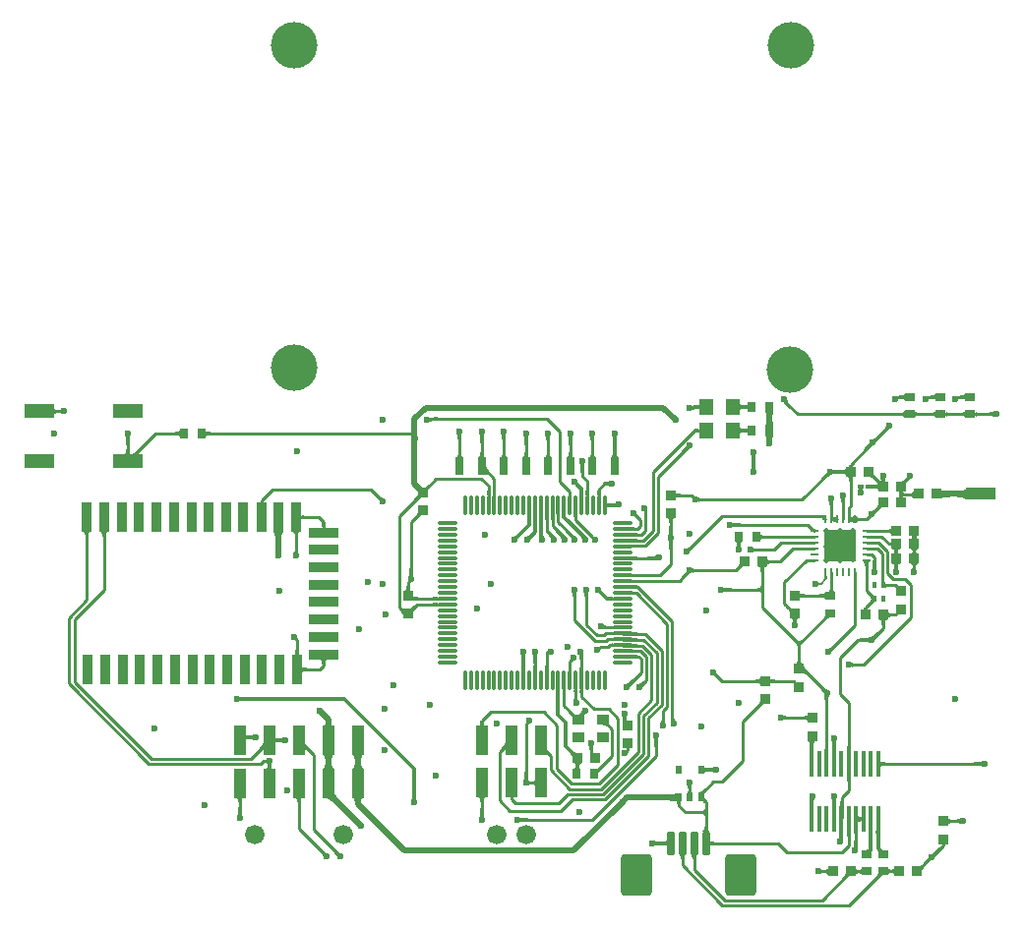
<source format=gbl>
G04 Layer_Physical_Order=4*
G04 Layer_Color=16711680*
%FSTAX24Y24*%
%MOIN*%
G70*
G01*
G75*
%ADD10R,0.0335X0.0335*%
%ADD14R,0.0197X0.0118*%
%ADD15C,0.0100*%
%ADD16C,0.0120*%
%ADD17C,0.0080*%
%ADD18C,0.0661*%
%ADD19C,0.0236*%
%ADD20C,0.1575*%
%ADD21C,0.0197*%
%ADD22C,0.0200*%
%ADD23R,0.0276X0.0354*%
%ADD24R,0.0300X0.0600*%
%ADD25R,0.0354X0.0276*%
%ADD26R,0.0500X0.0550*%
%ADD27R,0.0335X0.0335*%
%ADD28R,0.1063X0.1063*%
%ADD29R,0.0098X0.0276*%
%ADD30R,0.0276X0.0098*%
%ADD31R,0.0146X0.0185*%
%ADD32R,0.1000X0.0400*%
%ADD33R,0.1000X0.0500*%
%ADD34O,0.0709X0.0118*%
%ADD35O,0.0118X0.0709*%
%ADD36R,0.0350X0.1000*%
%ADD37R,0.1000X0.0350*%
%ADD38R,0.0394X0.0354*%
G04:AMPARAMS|DCode=39|XSize=106.3mil|YSize=141.7mil|CornerRadius=13.3mil|HoleSize=0mil|Usage=FLASHONLY|Rotation=180.000|XOffset=0mil|YOffset=0mil|HoleType=Round|Shape=RoundedRectangle|*
%AMROUNDEDRECTD39*
21,1,0.1063,0.1152,0,0,180.0*
21,1,0.0797,0.1417,0,0,180.0*
1,1,0.0266,-0.0399,0.0576*
1,1,0.0266,0.0399,0.0576*
1,1,0.0266,0.0399,-0.0576*
1,1,0.0266,-0.0399,-0.0576*
%
%ADD39ROUNDEDRECTD39*%
G04:AMPARAMS|DCode=40|XSize=24mil|YSize=78.7mil|CornerRadius=3mil|HoleSize=0mil|Usage=FLASHONLY|Rotation=180.000|XOffset=0mil|YOffset=0mil|HoleType=Round|Shape=RoundedRectangle|*
%AMROUNDEDRECTD40*
21,1,0.0240,0.0727,0,0,180.0*
21,1,0.0180,0.0787,0,0,180.0*
1,1,0.0060,-0.0090,0.0364*
1,1,0.0060,0.0090,0.0364*
1,1,0.0060,0.0090,-0.0364*
1,1,0.0060,-0.0090,-0.0364*
%
%ADD40ROUNDEDRECTD40*%
%ADD41R,0.0394X0.0984*%
%ADD42R,0.0217X0.0315*%
%ADD43O,0.0157X0.0886*%
G36*
X041055Y021445D02*
X040946D01*
X040946Y021448D01*
X040947Y021455D01*
X040948Y021477D01*
X04095Y021622D01*
X04105D01*
X041055Y021445D01*
D02*
G37*
G36*
X033108Y021611D02*
X033113Y021598D01*
X033122Y021587D01*
X033134Y021577D01*
X033149Y021569D01*
X033168Y021562D01*
X03319Y021557D01*
X033216Y021553D01*
X033245Y021551D01*
X033278Y02155D01*
Y02145D01*
X033245Y021449D01*
X033216Y021447D01*
X03319Y021443D01*
X033168Y021438D01*
X033149Y021431D01*
X033134Y021423D01*
X033122Y021413D01*
X033113Y021402D01*
X033108Y021389D01*
X033106Y021375D01*
Y021625D01*
X033108Y021611D01*
D02*
G37*
G36*
X042236Y021445D02*
X042127D01*
X042127Y021448D01*
X042128Y021455D01*
X042129Y021477D01*
X042131Y021622D01*
X042231D01*
X042236Y021445D01*
D02*
G37*
G36*
X041448D02*
X041339D01*
X04134Y021448D01*
X041341Y021455D01*
X041342Y021477D01*
X041344Y021622D01*
X041444D01*
X041448Y021445D01*
D02*
G37*
G36*
X048967Y021216D02*
X048972Y021203D01*
X04898Y021192D01*
X048992Y021182D01*
X049008Y021174D01*
X049026Y021167D01*
X049049Y021162D01*
X049074Y021158D01*
X049103Y021156D01*
X049136Y021155D01*
Y021055D01*
X049103Y021054D01*
X049074Y021052D01*
X049049Y021048D01*
X049026Y021043D01*
X049008Y021036D01*
X048992Y021028D01*
X04898Y021018D01*
X048972Y021007D01*
X048967Y020994D01*
X048965Y02098D01*
Y02123D01*
X048967Y021216D01*
D02*
G37*
G36*
X048635Y02098D02*
X048633Y020994D01*
X048628Y021007D01*
X04862Y021018D01*
X048608Y021028D01*
X048592Y021036D01*
X048574Y021043D01*
X048551Y021048D01*
X048526Y021052D01*
X048496Y021054D01*
X048464Y021055D01*
Y021155D01*
X048496Y021156D01*
X048526Y021158D01*
X048551Y021162D01*
X048574Y021167D01*
X048592Y021174D01*
X048608Y021182D01*
X04862Y021192D01*
X048628Y021203D01*
X048633Y021216D01*
X048635Y02123D01*
Y02098D01*
D02*
G37*
G36*
X050116Y02164D02*
X05012Y021618D01*
X050126Y021596D01*
X050134Y021574D01*
X050145Y021552D01*
X050159Y021529D01*
X050174Y021506D01*
X050193Y021482D01*
X050213Y021459D01*
X050236Y021434D01*
Y021293D01*
X050223Y021306D01*
X050198Y021327D01*
X050185Y021335D01*
X050173Y021343D01*
X050161Y021348D01*
X05015Y021353D01*
X050138Y021356D01*
X050127Y021358D01*
X050116Y021359D01*
X050115Y021661D01*
X050116Y02164D01*
D02*
G37*
G36*
X047169Y021382D02*
X047175Y02137D01*
X047184Y021355D01*
X047197Y021337D01*
X047236Y021291D01*
X047324Y021197D01*
X047361Y021159D01*
X047291Y021089D01*
X047253Y021126D01*
X047095Y021266D01*
X04708Y021275D01*
X047068Y021281D01*
X047059Y021282D01*
X047168Y021391D01*
X047169Y021382D01*
D02*
G37*
G36*
X041072Y022003D02*
X041067Y021991D01*
X041063Y021974D01*
X04106Y021951D01*
X041054Y021891D01*
X04105Y021763D01*
X04105Y02171D01*
X04095D01*
X04095Y021763D01*
X040937Y021974D01*
X040933Y021991D01*
X040928Y022003D01*
X040923Y02201D01*
X041077D01*
X041072Y022003D01*
D02*
G37*
G36*
X042631Y022011D02*
X04263Y022002D01*
X042629Y021986D01*
X042625Y021827D01*
X042625Y021725D01*
X042525Y021701D01*
X042524Y021753D01*
X042513Y021912D01*
X042508Y02194D01*
X042502Y021964D01*
X042495Y021983D01*
X042487Y021997D01*
X042479Y022006D01*
X042633Y022016D01*
X042631Y022011D01*
D02*
G37*
G36*
X044293Y021988D02*
X0443Y021988D01*
X044322Y021986D01*
X044467Y021985D01*
Y021885D01*
X04429Y02188D01*
Y021989D01*
X044293Y021988D01*
D02*
G37*
G36*
X040676Y022007D02*
X040674Y021996D01*
X040672Y021981D01*
X040669Y021933D01*
X040666Y021719D01*
X040546Y021711D01*
X040546Y021765D01*
X040532Y021991D01*
X040529Y022003D01*
X040525Y022009D01*
X040678Y022012D01*
X040676Y022007D01*
D02*
G37*
G36*
X051747Y021722D02*
X051759Y021717D01*
X051776Y021713D01*
X051799Y02171D01*
X051859Y021704D01*
X051987Y0217D01*
X05204Y0217D01*
Y0216D01*
X051987Y0216D01*
X051776Y021587D01*
X051759Y021583D01*
X051747Y021578D01*
X05174Y021573D01*
Y021727D01*
X051747Y021722D01*
D02*
G37*
G36*
X042629Y021445D02*
X04252D01*
X042521Y021448D01*
X042522Y021455D01*
X042523Y021477D01*
X042525Y021622D01*
X042625D01*
X042629Y021445D01*
D02*
G37*
G36*
X050001Y021829D02*
X050003Y021799D01*
X050007Y021774D01*
X050012Y021752D01*
X050019Y021733D01*
X050027Y021717D01*
X050037Y021705D01*
X050048Y021697D01*
X050061Y021692D01*
X050075Y02169D01*
X049825D01*
X049839Y021692D01*
X049852Y021697D01*
X049863Y021705D01*
X049873Y021717D01*
X049881Y021733D01*
X049888Y021752D01*
X049893Y021774D01*
X049897Y021799D01*
X049899Y021829D01*
X0499Y021861D01*
X05D01*
X050001Y021829D01*
D02*
G37*
G36*
X03395Y021836D02*
X033937Y021831D01*
X033926Y021823D01*
X033916Y021811D01*
X033908Y021796D01*
X033901Y021777D01*
X033896Y021755D01*
X033892Y021729D01*
X03389Y0217D01*
X033889Y021668D01*
X033789D01*
X033789Y0217D01*
X033786Y021729D01*
X033783Y021755D01*
X033777Y021777D01*
X033771Y021796D01*
X033762Y021811D01*
X033753Y021823D01*
X033741Y021831D01*
X033729Y021836D01*
X033714Y021838D01*
X033964D01*
X03395Y021836D01*
D02*
G37*
G36*
X044411Y021141D02*
X044374Y021103D01*
X044234Y020945D01*
X044225Y02093D01*
X044219Y020918D01*
X044218Y020909D01*
X044109Y021018D01*
X044118Y021019D01*
X04413Y021025D01*
X044145Y021034D01*
X044163Y021047D01*
X044209Y021086D01*
X044303Y021174D01*
X044341Y021211D01*
X044411Y021141D01*
D02*
G37*
G36*
X044076Y019909D02*
X044078Y019886D01*
X044084D01*
X044082Y019884D01*
X044081Y019878D01*
X04408Y019871D01*
X044082Y019854D01*
X044087Y019832D01*
X044094Y019813D01*
X044102Y019798D01*
X044112Y019786D01*
X044123Y019777D01*
X044136Y019772D01*
X04415Y01977D01*
X044076Y01977D01*
X044075Y01973D01*
X043975D01*
X043975Y019759D01*
X043968Y019884D01*
X043967Y019886D01*
X043978D01*
X043975Y019941D01*
X044075D01*
X044076Y019909D01*
D02*
G37*
G36*
X050235Y019735D02*
X050233Y019749D01*
X050228Y019762D01*
X05022Y019773D01*
X050208Y019783D01*
X050192Y019791D01*
X050174Y019798D01*
X050151Y019803D01*
X050126Y019807D01*
X050097Y019809D01*
X050064Y01981D01*
Y01991D01*
X050097Y019911D01*
X050126Y019913D01*
X050151Y019917D01*
X050174Y019922D01*
X050192Y019929D01*
X050208Y019937D01*
X05022Y019947D01*
X050228Y019958D01*
X050233Y019971D01*
X050235Y019985D01*
Y019735D01*
D02*
G37*
G36*
X042607Y020078D02*
X042615Y020086D01*
X042735Y020065D01*
X042706Y020034D01*
X042681Y020004D01*
X042703Y019982D01*
X042691Y01998D01*
X042678Y019975D01*
X042662Y019967D01*
X042645Y019956D01*
X042644Y019956D01*
X042635Y019938D01*
X042629Y019921D01*
X042628Y019906D01*
X042632Y019894D01*
X042641Y019885D01*
X042654Y019879D01*
X042578Y019903D01*
X042526Y019854D01*
X042495Y019825D01*
X042425Y019895D01*
X042454Y019926D01*
X042467Y01994D01*
X04244Y019948D01*
X042266Y019809D01*
X042275Y019819D01*
X042279Y019833D01*
X042279Y019849D01*
X042274Y019867D01*
X042264Y019889D01*
X04225Y019913D01*
X042231Y019939D01*
X042207Y019968D01*
X042144Y020035D01*
X042235Y020086D01*
X042267Y020055D01*
X042326Y020005D01*
X042351Y019986D01*
X042375Y019972D01*
X042391Y019964D01*
X042406Y019961D01*
X042423Y019961D01*
X042443Y019965D01*
X042463Y019972D01*
X042485Y019982D01*
X042509Y019996D01*
X042529Y02001D01*
X042542Y020025D01*
X042556Y020045D01*
X042567Y020062D01*
X042575Y020078D01*
X04258Y020091D01*
X042582Y020103D01*
X042607Y020078D01*
D02*
G37*
G36*
X049427Y019932D02*
X049439Y019927D01*
X049456Y019923D01*
X049479Y01992D01*
X049539Y019914D01*
X049667Y01991D01*
X04972Y01991D01*
Y01981D01*
X049667Y01981D01*
X049456Y019797D01*
X049439Y019793D01*
X049427Y019788D01*
X04942Y019783D01*
Y019937D01*
X049427Y019932D01*
D02*
G37*
G36*
X039251Y019721D02*
X039255Y019673D01*
X03926Y019653D01*
X039265Y019636D01*
X039272Y019623D01*
X03928Y019612D01*
X039289Y019604D01*
X039299Y0196D01*
X039311Y019598D01*
X039089D01*
X039101Y0196D01*
X039111Y019604D01*
X03912Y019612D01*
X039128Y019623D01*
X039135Y019636D01*
X03914Y019653D01*
X039145Y019673D01*
X039148Y019695D01*
X039149Y019721D01*
X03915Y01975D01*
X03925D01*
X039251Y019721D01*
D02*
G37*
G36*
X0341Y019761D02*
X034108Y019668D01*
X034113Y019645D01*
X034118Y019627D01*
X034125Y019612D01*
X034132Y019602D01*
X034141Y019596D01*
X034151Y019594D01*
X033849D01*
X033859Y019596D01*
X033868Y019602D01*
X033875Y019612D01*
X033882Y019627D01*
X033887Y019645D01*
X033892Y019668D01*
X033895Y019695D01*
X033899Y019761D01*
X0339Y0198D01*
X0341D01*
X0341Y019761D01*
D02*
G37*
G36*
X045701Y020002D02*
X045711Y019879D01*
X045717Y019846D01*
X045724Y019818D01*
X045732Y019794D01*
X045742Y019774D01*
X045754Y019759D01*
X045766Y019748D01*
X045611Y019728D01*
X0456Y019996D01*
X0457Y020052D01*
X045701Y020002D01*
D02*
G37*
G36*
X0454Y019937D02*
X045413Y019726D01*
X045417Y019709D01*
X045422Y019697D01*
X045427Y01969D01*
X045273D01*
X045278Y019697D01*
X045283Y019709D01*
X045287Y019726D01*
X04529Y019749D01*
X045296Y019809D01*
X0453Y019937D01*
X0453Y01999D01*
X0454D01*
X0454Y019937D01*
D02*
G37*
G36*
X042628Y020807D02*
X042628Y0208D01*
X042626Y020778D01*
X042625Y020633D01*
X042525D01*
X04252Y02081D01*
X042629D01*
X042628Y020807D01*
D02*
G37*
G36*
X042038D02*
X042037Y0208D01*
X042036Y020778D01*
X042034Y020633D01*
X041934D01*
X04193Y02081D01*
X042039D01*
X042038Y020807D01*
D02*
G37*
G36*
X04481Y02109D02*
X044783Y021062D01*
X044704Y020971D01*
X044691Y020953D01*
X044681Y020937D01*
X044674Y020923D01*
X04467Y020911D01*
X044668Y0209D01*
X04455Y021018D01*
X044561Y02102D01*
X044573Y021024D01*
X044587Y021031D01*
X044603Y021041D01*
X044621Y021054D01*
X044663Y021088D01*
X044712Y021133D01*
X04474Y02116D01*
X04481Y02109D01*
D02*
G37*
G36*
X050697Y020974D02*
X050855Y020834D01*
X05087Y020825D01*
X050882Y020819D01*
X050891Y020818D01*
X050782Y020709D01*
X050781Y020718D01*
X050775Y02073D01*
X050766Y020745D01*
X050753Y020763D01*
X050714Y020809D01*
X050626Y020903D01*
X050589Y020941D01*
X050659Y021011D01*
X050697Y020974D01*
D02*
G37*
G36*
X048811Y020329D02*
X048799Y020337D01*
X048785Y020341D01*
X048768Y02034D01*
X048749Y020335D01*
X048728Y020325D01*
X048704Y020311D01*
X048678Y020292D01*
X048649Y020269D01*
X048584Y020209D01*
X048514Y020279D01*
X048546Y020313D01*
X048597Y020372D01*
X048616Y020399D01*
X04863Y020423D01*
X04864Y020444D01*
X048645Y020463D01*
X048646Y02048D01*
X048642Y020494D01*
X048634Y020506D01*
X048811Y020329D01*
D02*
G37*
G36*
X050971Y020606D02*
X050963Y020597D01*
X050955Y020582D01*
X050948Y020564D01*
X050942Y02054D01*
X050937Y020512D01*
X050932Y020479D01*
X050927Y0204D01*
X050925Y020301D01*
X050825Y020325D01*
X050817Y020616D01*
X050971Y020606D01*
D02*
G37*
G36*
X042432Y020807D02*
X042431Y0208D01*
X04243Y020778D01*
X042429Y020693D01*
X042439Y020537D01*
X042444Y020509D01*
X04245Y020485D01*
X042456Y020467D01*
X042464Y020453D01*
X042472Y020444D01*
X042318Y020435D01*
X04232Y02044D01*
X042322Y02045D01*
X042323Y020465D01*
X042326Y020545D01*
X042327Y020657D01*
X042323Y02081D01*
X042432D01*
X042432Y020807D01*
D02*
G37*
G36*
X030995Y020574D02*
X031006Y020571D01*
X031022Y020568D01*
X031044Y020566D01*
X031141Y020562D01*
X031285Y02056D01*
Y02044D01*
X031232Y02044D01*
X030995Y020426D01*
X03099Y020423D01*
Y020577D01*
X030995Y020574D01*
D02*
G37*
G36*
X052383Y024089D02*
X052429Y02405D01*
X052451Y024035D01*
X052472Y024021D01*
X052493Y02401D01*
X052514Y024002D01*
X052534Y023996D01*
X052553Y023992D01*
X052572Y023991D01*
X0525Y0239D01*
X052572Y023809D01*
X052553Y023808D01*
X052534Y023804D01*
X052514Y023798D01*
X052493Y02379D01*
X052472Y023779D01*
X052451Y023765D01*
X052429Y02375D01*
X052406Y023732D01*
X052359Y023689D01*
X052308Y023779D01*
X052331Y023803D01*
X05237Y023849D01*
X052385Y023871D01*
X052398Y023892D01*
X052402Y0239D01*
X052398Y023908D01*
X052385Y023929D01*
X05237Y023951D01*
X052352Y023974D01*
X052308Y024021D01*
X052359Y024111D01*
X052383Y024089D01*
D02*
G37*
G36*
X03771Y023652D02*
X037707Y023653D01*
X0377Y023653D01*
X037678Y023655D01*
X037533Y023656D01*
Y023756D01*
X03771Y023761D01*
Y023652D01*
D02*
G37*
G36*
X042822Y024103D02*
X042817Y024091D01*
X042813Y024074D01*
X04281Y024051D01*
X042804Y023991D01*
X0428Y023863D01*
X0428Y02381D01*
X0427D01*
X0427Y023863D01*
X042687Y024074D01*
X042683Y024091D01*
X042678Y024103D01*
X042673Y02411D01*
X042827D01*
X042822Y024103D01*
D02*
G37*
G36*
X042422D02*
X042417Y024091D01*
X042413Y024074D01*
X04241Y024051D01*
X042404Y023991D01*
X0424Y023863D01*
X0424Y02381D01*
X0423D01*
X0423Y023863D01*
X042287Y024074D01*
X042283Y024091D01*
X042278Y024103D01*
X042273Y02411D01*
X042427D01*
X042422Y024103D01*
D02*
G37*
G36*
X049618Y023649D02*
X049678Y023597D01*
X049704Y023578D01*
X049728Y023564D01*
X049749Y023554D01*
X049768Y023549D01*
X049785Y023548D01*
X049799Y023551D01*
X049811Y02356D01*
X049635Y023384D01*
X049643Y023396D01*
X049647Y02341D01*
X049646Y023427D01*
X049641Y023445D01*
X049631Y023467D01*
X049617Y023491D01*
X049598Y023517D01*
X049574Y023546D01*
X049514Y02361D01*
X049584Y023681D01*
X049618Y023649D01*
D02*
G37*
G36*
X036466Y023611D02*
X036519Y023566D01*
X036542Y023551D01*
X036562Y02354D01*
X036579Y023535D01*
X036593Y023534D01*
X036605Y023538D01*
X036614Y023546D01*
X036621Y02356D01*
X036535Y023294D01*
X036539Y023311D01*
X036539Y023329D01*
X036535Y023348D01*
X036528Y023369D01*
X036518Y023391D01*
X036504Y023414D01*
X036486Y023439D01*
X036466Y023465D01*
X036414Y023521D01*
X036435Y02364D01*
X036466Y023611D01*
D02*
G37*
G36*
X036986Y02361D02*
X036954Y023577D01*
X036902Y023517D01*
X036883Y023491D01*
X036869Y023467D01*
X036859Y023445D01*
X036854Y023427D01*
X036853Y02341D01*
X036857Y023396D01*
X036865Y023384D01*
X036689Y02356D01*
X036701Y023551D01*
X036715Y023548D01*
X036732Y023549D01*
X036751Y023554D01*
X036772Y023564D01*
X036796Y023578D01*
X036822Y023597D01*
X036851Y023621D01*
X036916Y023681D01*
X036986Y02361D01*
D02*
G37*
G36*
X052245Y02358D02*
X052249Y023522D01*
X05225Y023518D01*
X052251Y023516D01*
X052253Y023515D01*
X052137D01*
X052138Y023516D01*
X05214Y023518D01*
X052141Y023522D01*
X052142Y023528D01*
X052143Y023535D01*
X052144Y023554D01*
X052145Y023595D01*
X052245D01*
X052245Y02358D01*
D02*
G37*
G36*
X043269Y024182D02*
X043275Y02417D01*
X043284Y024155D01*
X043297Y024137D01*
X043336Y024091D01*
X043424Y023997D01*
X043461Y023959D01*
X043391Y023889D01*
X043353Y023926D01*
X043195Y024066D01*
X04318Y024075D01*
X043168Y024081D01*
X043159Y024082D01*
X043268Y024191D01*
X043269Y024182D01*
D02*
G37*
G36*
X050825Y02388D02*
X050824Y023894D01*
X050818Y023907D01*
X05081Y023918D01*
X050798Y023928D01*
X050783Y023936D01*
X050764Y023943D01*
X050741Y023948D01*
X050716Y023952D01*
X050687Y023954D01*
X050654Y023955D01*
Y024055D01*
X050687Y024056D01*
X050716Y024058D01*
X050741Y024062D01*
X050764Y024067D01*
X050783Y024074D01*
X050798Y024082D01*
X05081Y024092D01*
X050818Y024103D01*
X050824Y024116D01*
X050825Y02413D01*
Y02388D01*
D02*
G37*
G36*
X048755Y0242D02*
X048655Y02405D01*
X048654Y024069D01*
X04865Y024086D01*
X048644Y024101D01*
X048636Y024114D01*
X048625Y024125D01*
X048612Y024134D01*
X048596Y024141D01*
X048578Y024146D01*
X048558Y024149D01*
X048535Y02415D01*
Y02425D01*
X048558Y024251D01*
X048578Y024254D01*
X048596Y024259D01*
X048612Y024266D01*
X048625Y024275D01*
X048636Y024286D01*
X048644Y024299D01*
X04865Y024314D01*
X048654Y024331D01*
X048655Y02435D01*
X048755Y0242D01*
D02*
G37*
G36*
X044296Y024151D02*
X044304Y024148D01*
X044314Y024146D01*
X044326Y024143D01*
X044354Y02414D01*
X04439Y024138D01*
X044433Y024137D01*
Y024037D01*
X044403Y024037D01*
X044289Y024044D01*
X04429Y024046D01*
Y024155D01*
X044296Y024151D01*
D02*
G37*
G36*
X03771Y023849D02*
X037707Y02385D01*
X0377Y02385D01*
X037678Y023852D01*
X037533Y023853D01*
Y023953D01*
X03771Y023958D01*
Y023849D01*
D02*
G37*
G36*
X036867Y024014D02*
X036872Y024001D01*
X03688Y02399D01*
X036892Y02398D01*
X036908Y023972D01*
X036927Y023965D01*
X036949Y02396D01*
X036975Y023956D01*
X037004Y023954D01*
X037036Y023953D01*
Y023853D01*
X037004Y023853D01*
X036873Y023844D01*
X036868Y023842D01*
X036866Y023839D01*
X036865Y024028D01*
X036867Y024014D01*
D02*
G37*
G36*
X049967Y024116D02*
X049972Y024103D01*
X04998Y024092D01*
X049992Y024082D01*
X050008Y024074D01*
X050026Y024067D01*
X050049Y024062D01*
X050074Y024058D01*
X050103Y024056D01*
X050136Y024055D01*
Y023955D01*
X050103Y023954D01*
X050074Y023952D01*
X050049Y023948D01*
X050026Y023943D01*
X050008Y023936D01*
X049992Y023928D01*
X04998Y023918D01*
X049972Y023907D01*
X049967Y023894D01*
X049965Y02388D01*
Y02413D01*
X049967Y024116D01*
D02*
G37*
G36*
X043655Y023849D02*
X043652Y02385D01*
X043645Y02385D01*
X043623Y023852D01*
X043478Y023853D01*
Y023953D01*
X043655Y023958D01*
Y023849D01*
D02*
G37*
G36*
X05104Y023268D02*
X051026Y023274D01*
X05101Y023277D01*
X050993Y023275D01*
X050973Y023269D01*
X050951Y023259D01*
X050928Y023245D01*
X050902Y023227D01*
X050875Y023204D01*
X050814Y023148D01*
X050704Y023179D01*
X050738Y023215D01*
X050792Y023277D01*
X050812Y023304D01*
X050826Y023328D01*
X050836Y02335D01*
X050841Y023368D01*
X05084Y023383D01*
X050835Y023396D01*
X050824Y023406D01*
X05104Y023268D01*
D02*
G37*
G36*
X05231Y022423D02*
X052303Y022428D01*
X052291Y022433D01*
X052274Y022437D01*
X052251Y02244D01*
X052191Y022446D01*
X052063Y02245D01*
X05201Y02245D01*
Y02255D01*
X052063Y02255D01*
X052274Y022563D01*
X052291Y022567D01*
X052303Y022572D01*
X05231Y022577D01*
Y022423D01*
D02*
G37*
G36*
X043655Y022274D02*
X043652Y022275D01*
X043647Y022275D01*
X04364Y022276D01*
X043605Y022278D01*
X043526Y022278D01*
Y022378D01*
X043655Y022383D01*
Y022274D01*
D02*
G37*
G36*
X050085Y022419D02*
X050069Y022402D01*
X050054Y022384D01*
X050042Y022365D01*
X050031Y022345D01*
X050021Y022325D01*
X050014Y022304D01*
X050008Y022283D01*
X050003Y022261D01*
X050001Y022238D01*
X05Y022214D01*
X0499D01*
X049899Y022238D01*
X049897Y022261D01*
X049892Y022283D01*
X049886Y022304D01*
X049879Y022325D01*
X049869Y022345D01*
X049858Y022365D01*
X049846Y022384D01*
X049831Y022402D01*
X049815Y022419D01*
X049865Y02251D01*
X049882Y022495D01*
X049899Y022483D01*
X049916Y022475D01*
X049933Y02247D01*
X04995Y022468D01*
X049967Y02247D01*
X049984Y022475D01*
X050001Y022483D01*
X050018Y022495D01*
X050035Y02251D01*
X050085Y022419D01*
D02*
G37*
G36*
X044297Y022576D02*
X044306Y022573D01*
X044318Y022571D01*
X044333Y022569D01*
X044372Y022565D01*
X044451Y022563D01*
X044482Y022562D01*
X044494Y022462D01*
X04429Y022471D01*
Y02258D01*
X044297Y022576D01*
D02*
G37*
G36*
Y022183D02*
X044306Y02218D01*
X044318Y022177D01*
X044333Y022175D01*
X044372Y022171D01*
X044451Y022169D01*
X044482Y022169D01*
X044494Y022069D01*
X04429Y022077D01*
Y022186D01*
X044297Y022183D01*
D02*
G37*
G36*
X032985Y022136D02*
X032987Y022107D01*
X032991Y022081D01*
X032996Y022059D01*
X033003Y02204D01*
X033011Y022025D01*
X033021Y022013D01*
X033032Y022004D01*
X033045Y021999D01*
X033059Y021997D01*
X032809D01*
X032823Y021999D01*
X032836Y022004D01*
X032847Y022013D01*
X032857Y022025D01*
X032865Y02204D01*
X032872Y022059D01*
X032877Y022081D01*
X032881Y022107D01*
X032883Y022136D01*
X032884Y022169D01*
X032984D01*
X032985Y022136D01*
D02*
G37*
G36*
X044297Y02238D02*
X044306Y022377D01*
X044318Y022374D01*
X044333Y022372D01*
X044372Y022368D01*
X044451Y022366D01*
X044482Y022366D01*
X044494Y022266D01*
X04429Y022274D01*
Y022383D01*
X044297Y02238D01*
D02*
G37*
G36*
X051261Y022341D02*
X051224Y022303D01*
X051084Y022145D01*
X051075Y02213D01*
X051069Y022118D01*
X051068Y022109D01*
X050959Y022218D01*
X050968Y022219D01*
X05098Y022225D01*
X050995Y022234D01*
X051013Y022247D01*
X051059Y022286D01*
X051153Y022374D01*
X051191Y022411D01*
X051261Y022341D01*
D02*
G37*
G36*
X052916Y023182D02*
X052903Y023177D01*
X052892Y023169D01*
X052882Y023157D01*
X052874Y023141D01*
X052867Y023123D01*
X052862Y023101D01*
X052858Y023075D01*
X052856Y023046D01*
X052855Y023014D01*
X052755D01*
X052754Y023046D01*
X052752Y023075D01*
X052748Y023101D01*
X052743Y023123D01*
X052736Y023141D01*
X052728Y023157D01*
X052718Y023169D01*
X052707Y023177D01*
X052694Y023182D01*
X05268Y023184D01*
X05293D01*
X052916Y023182D01*
D02*
G37*
G36*
X043355Y02301D02*
X043369Y023002D01*
X043388Y022994D01*
X043412Y022987D01*
X04344Y022982D01*
X043473Y022977D01*
X043552Y022971D01*
X043556Y022971D01*
X043655Y022973D01*
Y022864D01*
X043652Y022865D01*
X043645Y022866D01*
X043623Y022867D01*
X043546Y022868D01*
X043333Y022866D01*
X043345Y02302D01*
X043355Y02301D01*
D02*
G37*
G36*
X052972Y023461D02*
X052977Y023448D01*
X052985Y023437D01*
X052997Y023427D01*
X053013Y023419D01*
X053032Y023412D01*
X053054Y023407D01*
X05308Y023403D01*
X053109Y023401D01*
X053141Y0234D01*
Y0233D01*
X053109Y023299D01*
X05308Y023297D01*
X053054Y023293D01*
X053032Y023288D01*
X053013Y023281D01*
X052997Y023273D01*
X052985Y023263D01*
X052977Y023252D01*
X052972Y023239D01*
X05297Y023225D01*
Y023475D01*
X052972Y023461D01*
D02*
G37*
G36*
X04985Y023338D02*
X049857Y023229D01*
X049925D01*
X049911Y023227D01*
X049898Y023222D01*
X049887Y023214D01*
X049877Y023202D01*
X049869Y023186D01*
X049862Y023168D01*
X049861Y023165D01*
X049864Y023126D01*
X049868Y023109D01*
X049873Y023096D01*
X049878Y023089D01*
X049851Y023089D01*
X04985Y023059D01*
X04975D01*
X049749Y023089D01*
X049722Y023089D01*
X049727Y023096D01*
X049732Y023109D01*
X049736Y023126D01*
X04974Y023149D01*
X049741Y023156D01*
X049738Y023168D01*
X049731Y023186D01*
X049723Y023202D01*
X049713Y023214D01*
X049702Y023222D01*
X049689Y023227D01*
X049675Y023229D01*
X049746D01*
X04975Y023338D01*
X04975Y02339D01*
X04985Y02339D01*
X04985Y023338D01*
D02*
G37*
G36*
X052711Y022741D02*
X052674Y022703D01*
X052534Y022545D01*
X052525Y02253D01*
X052519Y022518D01*
X052518Y022509D01*
X052409Y022618D01*
X052418Y022619D01*
X05243Y022625D01*
X052445Y022634D01*
X052463Y022647D01*
X052509Y022686D01*
X052603Y022774D01*
X052641Y022811D01*
X052711Y022741D01*
D02*
G37*
G36*
X043655Y022471D02*
X043652Y022472D01*
X043645Y022472D01*
X043623Y022474D01*
X043478Y022475D01*
Y022575D01*
X043655Y02258D01*
Y022471D01*
D02*
G37*
G36*
Y022668D02*
X043652Y022668D01*
X043645Y022669D01*
X043623Y02267D01*
X043478Y022672D01*
Y022772D01*
X043655Y022777D01*
Y022668D01*
D02*
G37*
G36*
X044297Y022773D02*
X044306Y02277D01*
X044318Y022768D01*
X044333Y022765D01*
X044372Y022762D01*
X044451Y022759D01*
X044482Y022759D01*
X044494Y022659D01*
X04429Y022668D01*
Y022777D01*
X044297Y022773D01*
D02*
G37*
G36*
X043486Y01976D02*
X043481Y019747D01*
X043482Y019731D01*
X043486Y019712D01*
X043496Y019691D01*
X043511Y019667D01*
X04353Y019641D01*
X043554Y019611D01*
X043616Y019545D01*
X043525Y019494D01*
X043493Y019525D01*
X043435Y019575D01*
X043409Y019593D01*
X043385Y019608D01*
X043364Y019618D01*
X043344Y019623D01*
X043327Y019624D01*
X043312Y019621D01*
X043299Y019614D01*
X043496Y019771D01*
X043486Y01976D01*
D02*
G37*
G36*
X040497Y016472D02*
X040509Y016467D01*
X040526Y016463D01*
X040549Y01646D01*
X040609Y016454D01*
X040737Y01645D01*
X04079Y01645D01*
Y01635D01*
X040737Y01635D01*
X040526Y016337D01*
X040509Y016333D01*
X040497Y016328D01*
X04049Y016323D01*
Y016477D01*
X040497Y016472D01*
D02*
G37*
G36*
X055017Y016466D02*
X055022Y016453D01*
X05503Y016442D01*
X055042Y016432D01*
X055058Y016424D01*
X055076Y016417D01*
X055099Y016412D01*
X055124Y016408D01*
X055153Y016406D01*
X055168Y016406D01*
X055393Y01642D01*
X055405Y016424D01*
X055411Y016428D01*
X055409Y016274D01*
X055402Y01628D01*
X055389Y016285D01*
X055371Y01629D01*
X055349Y016294D01*
X055321Y016297D01*
X055208Y016304D01*
X055159Y016304D01*
X055153Y016304D01*
X055124Y016302D01*
X055099Y016298D01*
X055076Y016293D01*
X055058Y016286D01*
X055042Y016278D01*
X05503Y016268D01*
X055022Y016257D01*
X055017Y016244D01*
X055015Y01623D01*
Y01648D01*
X055017Y016466D01*
D02*
G37*
G36*
X046841Y01665D02*
X046741Y0165D01*
X046739Y016519D01*
X046736Y016536D01*
X04673Y016551D01*
X046721Y016564D01*
X046711Y016575D01*
X046697Y016584D01*
X046682Y016591D01*
X046664Y016596D01*
X046643Y016599D01*
X046621Y0166D01*
Y0167D01*
X046643Y016701D01*
X046664Y016704D01*
X046682Y016709D01*
X046697Y016716D01*
X046711Y016725D01*
X046721Y016736D01*
X04673Y016749D01*
X046736Y016764D01*
X046739Y016781D01*
X046741Y0168D01*
X046841Y01665D01*
D02*
G37*
G36*
X03925Y016737D02*
X039263Y016526D01*
X039267Y016509D01*
X039272Y016497D01*
X039277Y01649D01*
X039123Y01649D01*
X039128Y016497D01*
X039133Y016509D01*
X039137Y016526D01*
X03914Y016549D01*
X039146Y016609D01*
X03915Y016737D01*
X03915Y01679D01*
X03925Y01679D01*
X03925Y016737D01*
D02*
G37*
G36*
X051694Y016032D02*
X05169Y016022D01*
X051686Y016008D01*
X051683Y015992D01*
X051679Y015952D01*
X051676Y015902D01*
X051675Y015841D01*
X051575D01*
X051575Y015873D01*
X051567Y015992D01*
X051564Y016008D01*
X05156Y016022D01*
X051556Y016032D01*
X051552Y016041D01*
X051698D01*
X051694Y016032D01*
D02*
G37*
G36*
X052696Y016035D02*
X052693Y016025D01*
X052691Y016012D01*
X052688Y015975D01*
X052685Y015856D01*
X052685Y015817D01*
X052565D01*
X052565Y015856D01*
X052554Y016035D01*
X052552Y016041D01*
X052698D01*
X052696Y016035D01*
D02*
G37*
G36*
X046841Y016162D02*
X046843Y016144D01*
X046847Y016126D01*
X046851Y016107D01*
X046857Y016088D01*
X046865Y016069D01*
X046873Y01605D01*
X046895Y016011D01*
X046908Y015991D01*
X046673D01*
X046686Y016011D01*
X046708Y01605D01*
X046716Y016069D01*
X046724Y016088D01*
X04673Y016107D01*
X046734Y016126D01*
X046738Y016144D01*
X04674Y016162D01*
X046741Y016179D01*
X046841D01*
X046841Y016162D01*
D02*
G37*
G36*
X051944Y016032D02*
X05194Y016022D01*
X051936Y016008D01*
X051933Y015992D01*
X051929Y015952D01*
X051926Y015902D01*
X051925Y015841D01*
X051825D01*
X051825Y015873D01*
X051817Y015992D01*
X051814Y016008D01*
X05181Y016022D01*
X051806Y016032D01*
X051802Y016041D01*
X051948D01*
X051944Y016032D01*
D02*
G37*
G36*
X045948Y01708D02*
X045944Y01707D01*
X045941Y017057D01*
X045938Y01704D01*
X045934Y016999D01*
X045975D01*
X045966Y016998D01*
X045959Y016994D01*
X045952Y016987D01*
X045946Y016978D01*
X045941Y016967D01*
X045937Y016953D01*
X045934Y016936D01*
X045932Y016916D01*
X04593Y016895D01*
X04593Y01687D01*
X04583D01*
X045829Y016895D01*
X045826Y016936D01*
X045823Y016953D01*
X045819Y016967D01*
X045814Y016978D01*
X045808Y016987D01*
X045801Y016994D01*
X045794Y016998D01*
X045785Y016999D01*
X045824D01*
X045822Y01704D01*
X045819Y017057D01*
X045816Y01707D01*
X045812Y01708D01*
X045807Y017086D01*
X045952D01*
X045948Y01708D01*
D02*
G37*
G36*
X051443Y017007D02*
X051448Y016829D01*
X051302D01*
X05131Y016843D01*
X051317Y016858D01*
X051323Y016874D01*
X051328Y016893D01*
X051333Y016913D01*
X051337Y016935D01*
X051341Y016985D01*
X051343Y017012D01*
X051343Y017041D01*
X051443Y017007D01*
D02*
G37*
G36*
X03516Y017154D02*
X035147Y017147D01*
X035136Y017135D01*
X035127Y017119D01*
X035119Y017098D01*
X035112Y017072D01*
X035107Y017041D01*
X035103Y017005D01*
X0351Y01692D01*
X0349D01*
X034899Y016965D01*
X034893Y017041D01*
X034888Y017072D01*
X034881Y017098D01*
X034873Y017119D01*
X034864Y017135D01*
X034853Y017147D01*
X03484Y017154D01*
X034826Y017157D01*
X035174D01*
X03516Y017154D01*
D02*
G37*
G36*
X034176Y017437D02*
X034167Y01741D01*
X034167Y017379D01*
X034176Y017341D01*
X034196Y017299D01*
X034225Y017251D01*
X034263Y017198D01*
X034311Y017139D01*
X034436Y017005D01*
X034242Y016916D01*
X034195Y016962D01*
X034102Y017039D01*
X034057Y01707D01*
X034013Y017097D01*
X033969Y017118D01*
X033927Y017135D01*
X033885Y017147D01*
X033844Y017154D01*
X033804Y017157D01*
X034196Y017458D01*
X034176Y017437D01*
D02*
G37*
G36*
X03105Y016787D02*
X031063Y016576D01*
X031067Y016559D01*
X031072Y016547D01*
X031077Y01654D01*
X030923Y01654D01*
X030928Y016547D01*
X030933Y016559D01*
X030937Y016576D01*
X03094Y016599D01*
X030946Y016659D01*
X03095Y016787D01*
X03095Y01684D01*
X03105Y01684D01*
X03105Y016787D01*
D02*
G37*
G36*
X052047Y01649D02*
X052062Y016488D01*
X052092Y016486D01*
X052124Y016485D01*
Y016385D01*
X052092Y016384D01*
X052062Y016382D01*
X052047Y01638D01*
Y01631D01*
X052045Y016324D01*
X05204Y016337D01*
X052032Y016348D01*
X05202Y016358D01*
X052004Y016366D01*
X052Y016368D01*
X051996Y016366D01*
X05198Y016358D01*
X051968Y016348D01*
X05196Y016337D01*
X051955Y016324D01*
X051953Y01631D01*
Y01638D01*
X051938Y016382D01*
X051908Y016384D01*
X051876Y016385D01*
Y016485D01*
X051908Y016486D01*
X051938Y016488D01*
X051953Y01649D01*
Y01656D01*
X051955Y016546D01*
X05196Y016533D01*
X051968Y016522D01*
X05198Y016512D01*
X051996Y016504D01*
X052Y016502D01*
X052004Y016504D01*
X05202Y016512D01*
X052032Y016522D01*
X05204Y016533D01*
X052045Y016546D01*
X052047Y01656D01*
Y01649D01*
D02*
G37*
G36*
X051221Y017106D02*
X051213Y017097D01*
X051205Y017082D01*
X051198Y017064D01*
X051192Y01704D01*
X051187Y017012D01*
X051182Y016979D01*
X051179Y016936D01*
X051183Y016878D01*
X051186Y016862D01*
X05119Y016848D01*
X051194Y016838D01*
X051198Y016829D01*
X051176D01*
X051175Y016801D01*
X051075Y016825D01*
X051075Y016829D01*
X051052D01*
X051056Y016838D01*
X05106Y016848D01*
X051064Y016862D01*
X051067Y016878D01*
X051071Y016918D01*
X051072Y016933D01*
X051067Y017116D01*
X051221Y017106D01*
D02*
G37*
G36*
X050471D02*
X050463Y017097D01*
X050455Y017082D01*
X050448Y017064D01*
X050442Y01704D01*
X050437Y017012D01*
X050432Y016979D01*
X050429Y016936D01*
X050433Y016878D01*
X050436Y016862D01*
X05044Y016848D01*
X050444Y016838D01*
X050448Y016829D01*
X050426D01*
X050425Y016801D01*
X050325Y016825D01*
X050325Y016829D01*
X050302D01*
X050306Y016838D01*
X05031Y016848D01*
X050314Y016862D01*
X050317Y016878D01*
X050321Y016918D01*
X050322Y016933D01*
X050317Y017116D01*
X050471Y017106D01*
D02*
G37*
G36*
X052446Y016035D02*
X052443Y016025D01*
X052441Y016012D01*
X052438Y015975D01*
X052435Y015856D01*
X052435Y015817D01*
X052315D01*
X052315Y015856D01*
X052304Y016035D01*
X052302Y016041D01*
X052448D01*
X052446Y016035D01*
D02*
G37*
G36*
X054444Y01503D02*
X054435Y015028D01*
X054423Y015023D01*
X054408Y015013D01*
X05439Y015D01*
X054343Y014961D01*
X054249Y014873D01*
X054234Y014858D01*
X054209Y014832D01*
X054157Y014772D01*
X054138Y014746D01*
X054124Y014722D01*
X054114Y014701D01*
X054109Y014682D01*
X054108Y014665D01*
X054112Y014651D01*
X05412Y014639D01*
X053944Y014815D01*
X053956Y014807D01*
X05397Y014803D01*
X053987Y014804D01*
X054006Y014809D01*
X054027Y014819D01*
X054051Y014833D01*
X054077Y014852D01*
X054106Y014876D01*
X054167Y014932D01*
X054178Y014944D01*
X054318Y015103D01*
X054328Y015118D01*
X054333Y01513D01*
X054335Y015138D01*
X054444Y01503D01*
D02*
G37*
G36*
X05318Y01453D02*
X053178Y014544D01*
X053173Y014557D01*
X053165Y014568D01*
X053153Y014578D01*
X053137Y014586D01*
X053118Y014593D01*
X053096Y014598D01*
X053077Y014601D01*
X053059Y014598D01*
X053036Y014593D01*
X053017Y014586D01*
X053002Y014578D01*
X05299Y014568D01*
X052982Y014557D01*
X052976Y014544D01*
X052975Y01453D01*
Y01478D01*
X052976Y014765D01*
X052982Y014753D01*
X05299Y014741D01*
X053002Y014732D01*
X053017Y014723D01*
X053036Y014717D01*
X053059Y014711D01*
X053077Y014709D01*
X053096Y014711D01*
X053118Y014717D01*
X053137Y014723D01*
X053153Y014732D01*
X053165Y014741D01*
X053173Y014753D01*
X053178Y014765D01*
X05318Y01478D01*
Y01453D01*
D02*
G37*
G36*
X046501Y015221D02*
X04648Y015182D01*
X046471Y015163D01*
X046464Y015144D01*
X046458Y015125D01*
X046453Y015107D01*
X04645Y015089D01*
X046448Y015071D01*
X046447Y015053D01*
X046347D01*
X046346Y015071D01*
X046344Y015089D01*
X046341Y015107D01*
X046336Y015125D01*
X04633Y015144D01*
X046323Y015163D01*
X046314Y015182D01*
X046292Y015221D01*
X04628Y015241D01*
X046514D01*
X046501Y015221D01*
D02*
G37*
G36*
X046108D02*
X046086Y015182D01*
X046077Y015163D01*
X04607Y015144D01*
X046064Y015125D01*
X046059Y015107D01*
X046056Y015089D01*
X046054Y015071D01*
X046053Y015053D01*
X045953D01*
X045952Y015071D01*
X04595Y015089D01*
X045947Y015107D01*
X045942Y015125D01*
X045936Y015144D01*
X045929Y015163D01*
X04592Y015182D01*
X045899Y015221D01*
X045886Y015241D01*
X04612D01*
X046108Y015221D01*
D02*
G37*
G36*
X05284Y014518D02*
X052826Y014524D01*
X05281Y014527D01*
X052793Y014525D01*
X052773Y014519D01*
X052751Y014509D01*
X052728Y014495D01*
X052702Y014477D01*
X052675Y014454D01*
X052614Y014398D01*
X052504Y014429D01*
X052538Y014465D01*
X052592Y014527D01*
X052612Y014554D01*
X052627Y014578D01*
X052636Y0146D01*
X052641Y014618D01*
X05264Y014633D01*
X052635Y014646D01*
X052624Y014656D01*
X05284Y014518D01*
D02*
G37*
G36*
X051716Y014484D02*
X051704Y014492D01*
X05169Y014496D01*
X051673Y014495D01*
X051654Y01449D01*
X051633Y01448D01*
X051609Y014466D01*
X051583Y014447D01*
X051554Y014424D01*
X05149Y014364D01*
X051419Y014434D01*
X051451Y014468D01*
X051502Y014528D01*
X051521Y014554D01*
X051536Y014578D01*
X051545Y014599D01*
X051551Y014618D01*
X051551Y014635D01*
X051547Y014649D01*
X051539Y014661D01*
X051716Y014484D01*
D02*
G37*
G36*
X052075Y014525D02*
X052074Y014539D01*
X052068Y014552D01*
X05206Y014563D01*
X052048Y014573D01*
X052033Y014581D01*
X052014Y014588D01*
X051991Y014593D01*
X051973Y014596D01*
X051954Y014593D01*
X051932Y014588D01*
X051913Y014581D01*
X051897Y014573D01*
X051885Y014563D01*
X051877Y014552D01*
X051872Y014539D01*
X05187Y014525D01*
Y014775D01*
X051872Y014761D01*
X051877Y014748D01*
X051885Y014737D01*
X051897Y014727D01*
X051913Y014719D01*
X051932Y014712D01*
X051954Y014707D01*
X051973Y014704D01*
X051991Y014707D01*
X052014Y014712D01*
X052033Y014719D01*
X052048Y014727D01*
X05206Y014737D01*
X052068Y014748D01*
X052074Y014761D01*
X052075Y014775D01*
Y014525D01*
D02*
G37*
G36*
X05093Y0147D02*
X050937Y0147D01*
X05099Y0147D01*
Y0146D01*
X050937Y0146D01*
X05093Y014599D01*
Y014525D01*
X050928Y014539D01*
X050923Y014552D01*
X050915Y014563D01*
X050903Y014573D01*
X050887Y014581D01*
X050868Y014588D01*
X050846Y014593D01*
X050842Y014594D01*
X050726Y014587D01*
X050709Y014583D01*
X050697Y014578D01*
X05069Y014573D01*
Y014727D01*
X050697Y014722D01*
X050709Y014717D01*
X050726Y014713D01*
X050749Y01471D01*
X050809Y014704D01*
X050826Y014704D01*
X050846Y014707D01*
X050868Y014712D01*
X050887Y014719D01*
X050903Y014727D01*
X050915Y014737D01*
X050923Y014748D01*
X050928Y014761D01*
X05093Y014775D01*
Y0147D01*
D02*
G37*
G36*
X04691Y015727D02*
X046916Y015714D01*
X046924Y015703D01*
X046936Y015693D01*
X046952Y015685D01*
X04697Y015678D01*
X046993Y015673D01*
X047018Y015669D01*
X047047Y015667D01*
X04708Y015666D01*
Y015566D01*
X047047Y015565D01*
X047018Y015563D01*
X046993Y015559D01*
X04697Y015554D01*
X046952Y015547D01*
X046936Y015539D01*
X046924Y015529D01*
X046916Y015518D01*
X04691Y015505D01*
X046909Y015491D01*
Y015741D01*
X04691Y015727D01*
D02*
G37*
G36*
X051925Y015725D02*
X051933Y015434D01*
X051779Y015444D01*
X051787Y015453D01*
X051795Y015468D01*
X051802Y015486D01*
X051808Y01551D01*
X051813Y015538D01*
X051818Y015571D01*
X051823Y01565D01*
X051825Y015749D01*
X051925Y015725D01*
D02*
G37*
G36*
X051359Y016041D02*
X051448D01*
X051444Y016032D01*
X05144Y016022D01*
X051436Y016008D01*
X051433Y015992D01*
X051429Y015952D01*
X051427Y01593D01*
X051433Y015734D01*
X051279Y015744D01*
X051287Y015753D01*
X051295Y015768D01*
X051302Y015786D01*
X051308Y01581D01*
X051313Y015838D01*
X051318Y015871D01*
X051321Y015924D01*
X051317Y015992D01*
X051314Y016008D01*
X05131Y016022D01*
X051306Y016032D01*
X051302Y016041D01*
X051325D01*
X051325Y016049D01*
X051359Y016041D01*
D02*
G37*
G36*
X045491Y015491D02*
X045489Y015505D01*
X045484Y015518D01*
X045476Y015529D01*
X045464Y015539D01*
X045448Y015547D01*
X04543Y015554D01*
X045407Y015559D01*
X045382Y015563D01*
X045353Y015565D01*
X045327Y015566D01*
X045304Y015566D01*
X045093Y015553D01*
X045075Y015549D01*
X045063Y015544D01*
X045056Y015539D01*
Y015693D01*
X045063Y015688D01*
X045075Y015683D01*
X045093Y015679D01*
X045115Y015676D01*
X045175Y01567D01*
X045304Y015666D01*
X045327Y015666D01*
X045353Y015667D01*
X045382Y015669D01*
X045407Y015673D01*
X04543Y015678D01*
X045448Y015685D01*
X045464Y015693D01*
X045476Y015703D01*
X045484Y015714D01*
X045489Y015727D01*
X045491Y015741D01*
Y015491D01*
D02*
G37*
G36*
X033747Y015424D02*
X033905Y015284D01*
X03392Y015275D01*
X033932Y015269D01*
X033941Y015268D01*
X033832Y015159D01*
X033831Y015168D01*
X033825Y01518D01*
X033816Y015195D01*
X033803Y015213D01*
X033764Y015259D01*
X033676Y015353D01*
X033639Y015391D01*
X033709Y015461D01*
X033747Y015424D01*
D02*
G37*
G36*
X054764Y015388D02*
X054727Y015351D01*
X054587Y015192D01*
X054577Y015177D01*
X054572Y015165D01*
X05457Y015156D01*
X054462Y015265D01*
X05447Y015267D01*
X054482Y015272D01*
X054497Y015281D01*
X054516Y015295D01*
X054562Y015334D01*
X054656Y015422D01*
X054693Y015459D01*
X054764Y015388D01*
D02*
G37*
G36*
X052426Y015382D02*
X052225Y015381D01*
X052242Y015383D01*
X052257Y015389D01*
X052271Y015399D01*
X052283Y015414D01*
X052292Y015432D01*
X052301Y015455D01*
X052307Y015481D01*
X052311Y015512D01*
X052314Y015547D01*
X052315Y015586D01*
X052435D01*
X052426Y015382D01*
D02*
G37*
G36*
X034197Y015424D02*
X034355Y015284D01*
X03437Y015275D01*
X034382Y015269D01*
X034391Y015268D01*
X034282Y015159D01*
X034281Y015168D01*
X034275Y01518D01*
X034266Y015195D01*
X034253Y015213D01*
X034214Y015259D01*
X034126Y015353D01*
X034089Y015391D01*
X034159Y015461D01*
X034197Y015424D01*
D02*
G37*
G36*
X050508Y019077D02*
X050493Y019071D01*
X050479Y01906D01*
X050467Y019046D01*
X050458Y019028D01*
X050449Y019005D01*
X050443Y018979D01*
X050439Y018948D01*
X050436Y018914D01*
X050435Y018883D01*
X050446Y018705D01*
X050448Y0187D01*
X050302D01*
X050304Y018705D01*
X050307Y018715D01*
X050309Y018728D01*
X050312Y018765D01*
X050315Y018883D01*
X050314Y018914D01*
X050308Y018979D01*
X050302Y019005D01*
X050295Y019028D01*
X050286Y019046D01*
X050275Y01906D01*
X050263Y019071D01*
X050249Y019077D01*
X050234Y019079D01*
X050525D01*
X050508Y019077D01*
D02*
G37*
G36*
X042988Y018895D02*
X042983Y018882D01*
X042977Y018866D01*
X042973Y018845D01*
X042969Y018821D01*
X042964Y018769D01*
X042967Y018749D01*
X042972Y018727D01*
X042979Y018708D01*
X042987Y018693D01*
X042997Y01868D01*
X043008Y018672D01*
X043021Y018667D01*
X043035Y018665D01*
X04296Y018665D01*
X04296Y018645D01*
X04286D01*
X04286Y018688D01*
X042851Y018821D01*
X042847Y018845D01*
X042843Y018866D01*
X042838Y018882D01*
X042832Y018895D01*
X042825Y018905D01*
X042995D01*
X042988Y018895D01*
D02*
G37*
G36*
X051221Y019056D02*
X051213Y019047D01*
X051205Y019032D01*
X051198Y019014D01*
X051192Y01899D01*
X051187Y018962D01*
X051182Y018929D01*
X051177Y01885D01*
X051177Y018845D01*
X051183Y018748D01*
X051186Y018732D01*
X05119Y018719D01*
X051194Y018708D01*
X051198Y0187D01*
X051052D01*
X051056Y018708D01*
X05106Y018719D01*
X051064Y018732D01*
X051067Y018748D01*
X051071Y018788D01*
X051074Y018829D01*
X051067Y019066D01*
X051221Y019056D01*
D02*
G37*
G36*
X050925Y018867D02*
X050933Y018748D01*
X050936Y018732D01*
X05094Y018719D01*
X050944Y018708D01*
X050948Y0187D01*
X050802D01*
X050806Y018708D01*
X05081Y018719D01*
X050814Y018732D01*
X050817Y018748D01*
X050821Y018788D01*
X050824Y018838D01*
X050825Y018899D01*
X050925D01*
X050925Y018867D01*
D02*
G37*
G36*
X05616Y018223D02*
X056153Y018228D01*
X056141Y018233D01*
X056124Y018237D01*
X056101Y01824D01*
X056041Y018246D01*
X055913Y01825D01*
X05586Y01825D01*
Y01835D01*
X055913Y01835D01*
X056124Y018363D01*
X056141Y018367D01*
X056153Y018372D01*
X05616Y018377D01*
Y018223D01*
D02*
G37*
G36*
X052705Y018411D02*
X05271Y018398D01*
X052718Y018387D01*
X05273Y018377D01*
X052746Y018369D01*
X052764Y018362D01*
X052787Y018357D01*
X052812Y018353D01*
X052842Y018351D01*
X052874Y01835D01*
Y01825D01*
X052842Y018249D01*
X052812Y018247D01*
X052787Y018243D01*
X052764Y018238D01*
X052746Y018231D01*
X05273Y018223D01*
X052718Y018213D01*
X05271Y018202D01*
X052705Y018189D01*
X052703Y018175D01*
Y018425D01*
X052705Y018411D01*
D02*
G37*
G36*
X041391Y018865D02*
X041391Y018847D01*
X041394Y018828D01*
X041401Y018807D01*
X041411Y018786D01*
X041425Y018762D01*
X041443Y018737D01*
X041464Y018711D01*
X041516Y018655D01*
X041505Y018525D01*
X041472Y018557D01*
X041414Y018606D01*
X04139Y018623D01*
X041368Y018635D01*
X04135Y018642D01*
X041334Y018643D01*
X041322Y01864D01*
X041312Y018632D01*
X041305Y018619D01*
X041394Y018881D01*
X041391Y018865D01*
D02*
G37*
G36*
X04226Y018771D02*
X042331Y01871D01*
X042363Y018687D01*
X042392Y01867D01*
X042417Y018658D01*
X04244Y018651D01*
X04246Y01865D01*
X042477Y018655D01*
X042491Y018665D01*
X04228Y018454D01*
X04229Y018468D01*
X042294Y018485D01*
X042293Y018505D01*
X042287Y018528D01*
X042275Y018553D01*
X042258Y018582D01*
X042235Y018613D01*
X042207Y018648D01*
X042135Y018725D01*
X042219Y01881D01*
X04226Y018771D01*
D02*
G37*
G36*
X045172Y019153D02*
X045167Y019141D01*
X045163Y019124D01*
X04516Y019101D01*
X045154Y019041D01*
X04515Y018913D01*
X04515Y01886D01*
X04505D01*
X04505Y018913D01*
X045037Y019124D01*
X045033Y019141D01*
X045028Y019153D01*
X045023Y01916D01*
X045177D01*
X045172Y019153D01*
D02*
G37*
G36*
X044206Y018828D02*
X044205Y018826D01*
X044204Y018822D01*
X044203Y018816D01*
X044202Y018809D01*
X044201Y01879D01*
X0442Y01875D01*
X0441D01*
X0441Y018765D01*
X044096Y018822D01*
X044095Y018826D01*
X044094Y018828D01*
X044092Y018829D01*
X044208D01*
X044206Y018828D01*
D02*
G37*
G36*
X031196Y019311D02*
X031201Y019298D01*
X03121Y019287D01*
X031222Y019277D01*
X031237Y019269D01*
X031256Y019262D01*
X031278Y019257D01*
X03129Y019255D01*
X031424Y019263D01*
X031441Y019267D01*
X031453Y019272D01*
X03146Y019277D01*
Y019123D01*
X031453Y019128D01*
X031441Y019133D01*
X031424Y019137D01*
X031401Y01914D01*
X031341Y019146D01*
X031303Y019147D01*
X031278Y019143D01*
X031256Y019138D01*
X031237Y019131D01*
X031222Y019123D01*
X03121Y019113D01*
X031201Y019102D01*
X031196Y019089D01*
X031194Y019075D01*
Y01915D01*
X03116Y01915D01*
Y01925D01*
X031194Y01925D01*
Y019325D01*
X031196Y019311D01*
D02*
G37*
G36*
X032196Y019211D02*
X032201Y019198D01*
X03221Y019187D01*
X032222Y019177D01*
X032237Y019169D01*
X032256Y019162D01*
X032278Y019157D01*
X03229Y019155D01*
X032424Y019163D01*
X032441Y019167D01*
X032453Y019172D01*
X03246Y019177D01*
Y019023D01*
X032453Y019028D01*
X032441Y019033D01*
X032424Y019037D01*
X032401Y01904D01*
X032341Y019046D01*
X032303Y019047D01*
X032278Y019043D01*
X032256Y019038D01*
X032237Y019031D01*
X032222Y019023D01*
X03221Y019013D01*
X032201Y019002D01*
X032196Y018989D01*
X032194Y018975D01*
Y01905D01*
X03216Y01905D01*
Y01915D01*
X032194Y01915D01*
Y019225D01*
X032196Y019211D01*
D02*
G37*
G36*
X033196Y019064D02*
X033199Y019043D01*
X033205Y019021D01*
X033214Y018999D01*
X033225Y018977D01*
X033238Y018954D01*
X033254Y018931D01*
X033272Y018907D01*
X033293Y018883D01*
X033316Y018859D01*
Y018718D01*
X033293Y01874D01*
X033272Y018757D01*
X033254Y01877D01*
X033238Y018778D01*
X033225Y018782D01*
X033214Y018781D01*
X033205Y018776D01*
X033199Y018766D01*
X033196Y018751D01*
X033194Y018732D01*
Y019086D01*
X033196Y019064D01*
D02*
G37*
G36*
X051675Y018867D02*
X051683Y018748D01*
X051686Y018732D01*
X05169Y018719D01*
X051694Y018708D01*
X051698Y0187D01*
X051552D01*
X051556Y018708D01*
X05156Y018719D01*
X051564Y018732D01*
X051567Y018748D01*
X051571Y018788D01*
X051574Y018838D01*
X051575Y018899D01*
X051675D01*
X051675Y018867D01*
D02*
G37*
G36*
X040006Y018736D02*
X040004Y018756D01*
X040001Y01877D01*
X039995Y01878D01*
X039986Y018786D01*
X039975Y018786D01*
X039962Y018783D01*
X039946Y018774D01*
X039928Y018762D01*
X039907Y018744D01*
X039884Y018722D01*
Y018864D01*
X039907Y018888D01*
X039946Y018935D01*
X039962Y018958D01*
X039975Y018981D01*
X039986Y019003D01*
X039995Y019025D01*
X040001Y019047D01*
X040004Y019069D01*
X040006Y01909D01*
Y018736D01*
D02*
G37*
G36*
X031806Y018732D02*
X031804Y018751D01*
X031801Y018766D01*
X031795Y018776D01*
X031786Y018781D01*
X031775Y018782D01*
X031762Y018778D01*
X031746Y01877D01*
X031728Y018757D01*
X031707Y01874D01*
X031684Y018718D01*
Y018859D01*
X031707Y018883D01*
X031746Y018931D01*
X031762Y018954D01*
X031775Y018977D01*
X031786Y018999D01*
X031795Y019021D01*
X031801Y019043D01*
X031804Y019064D01*
X031806Y019086D01*
Y018732D01*
D02*
G37*
G36*
X035177Y01861D02*
X035161Y0186D01*
X035147Y018583D01*
X035134Y018559D01*
X035124Y018528D01*
X035115Y018491D01*
X035109Y018447D01*
X035104Y018396D01*
X035103Y01838D01*
X035109Y018305D01*
X035115Y018261D01*
X035124Y018223D01*
X035134Y018193D01*
X035147Y018169D01*
X035161Y018152D01*
X035177Y018142D01*
X035196Y018138D01*
X034804D01*
X034823Y018142D01*
X034839Y018152D01*
X034853Y018169D01*
X034866Y018193D01*
X034876Y018223D01*
X034885Y018261D01*
X034891Y018305D01*
X034896Y018356D01*
X034897Y018372D01*
X034891Y018447D01*
X034885Y018491D01*
X034876Y018528D01*
X034866Y018559D01*
X034853Y018583D01*
X034839Y0186D01*
X034823Y01861D01*
X034804Y018614D01*
X035196D01*
X035177Y01861D01*
D02*
G37*
G36*
X03696Y017332D02*
X036974Y017095D01*
X036977Y01709D01*
X036823D01*
X036826Y017095D01*
X036829Y017106D01*
X036832Y017122D01*
X036834Y017144D01*
X036838Y017241D01*
X03684Y017385D01*
X03696D01*
X03696Y017332D01*
D02*
G37*
G36*
X045773Y016999D02*
X04577Y01701D01*
X045759Y017019D01*
X045742Y017028D01*
X045719Y017035D01*
X045688Y017041D01*
X045651Y017046D01*
X045555Y017053D01*
X045433Y017055D01*
Y017255D01*
X045498Y017256D01*
X045688Y017269D01*
X045719Y017275D01*
X045742Y017283D01*
X045759Y017291D01*
X04577Y017301D01*
X045773Y017311D01*
Y016999D01*
D02*
G37*
G36*
X046323Y017554D02*
X046319Y017542D01*
X046316Y017525D01*
X046313Y017503D01*
X046308Y017443D01*
X046307Y017417D01*
X046309Y017395D01*
X046313Y017372D01*
X046318Y017354D01*
X046324Y017339D01*
X046332Y017327D01*
X04634Y017318D01*
X04635Y017313D01*
X046361Y017311D01*
X046305D01*
X046304Y017261D01*
X046204Y017258D01*
X046204Y017311D01*
X046204Y017311D01*
X046147D01*
X046158Y017313D01*
X046167Y017318D01*
X046176Y017327D01*
X046183Y017339D01*
X04619Y017354D01*
X046195Y017372D01*
X046198Y017391D01*
X046189Y017522D01*
X046185Y017539D01*
X04618Y017552D01*
X046174Y01756D01*
X046328Y017561D01*
X046323Y017554D01*
D02*
G37*
G36*
X046852Y017432D02*
X046817Y017395D01*
X046762Y017332D01*
X046742Y017305D01*
X046728Y017281D01*
X046719Y01726D01*
X046715Y017243D01*
X046716Y017228D01*
X046722Y017217D01*
X046734Y017208D01*
X046521Y017311D01*
X046536Y017313D01*
X046552Y017318D01*
X04657Y017325D01*
X04659Y017336D01*
X046612Y01735D01*
X046635Y017367D01*
X046687Y017411D01*
X046746Y017467D01*
X046852Y017432D01*
D02*
G37*
G36*
X031111Y017155D02*
X031098Y01715D01*
X031087Y017142D01*
X031077Y01713D01*
X031069Y017114D01*
X031062Y017096D01*
X031057Y017074D01*
X031053Y017048D01*
X031051Y017019D01*
X03105Y016987D01*
X03095D01*
X030949Y017019D01*
X030947Y017048D01*
X030943Y017074D01*
X030938Y017096D01*
X030931Y017114D01*
X030923Y01713D01*
X030913Y017142D01*
X030902Y01715D01*
X030889Y017155D01*
X030875Y017157D01*
X031125D01*
X031111Y017155D01*
D02*
G37*
G36*
X046734Y017127D02*
X046737Y017123D01*
X046741Y017117D01*
X046756Y0171D01*
X046808Y017046D01*
X046826Y017028D01*
X046755Y016957D01*
X046745Y016967D01*
X046708Y017D01*
X046705Y017001D01*
X046703Y017001D01*
X046702Y017D01*
X046734Y01713D01*
X046734Y017127D01*
D02*
G37*
G36*
X039311Y017159D02*
X039298Y017154D01*
X039287Y017146D01*
X039277Y017134D01*
X039269Y017119D01*
X039262Y0171D01*
X039257Y017078D01*
X039253Y017052D01*
X039251Y017023D01*
X03925Y016991D01*
X03915D01*
X039149Y017023D01*
X039147Y017052D01*
X039143Y017078D01*
X039138Y0171D01*
X039131Y017119D01*
X039123Y017134D01*
X039113Y017146D01*
X039102Y017154D01*
X039089Y017159D01*
X039075Y017161D01*
X039325D01*
X039311Y017159D01*
D02*
G37*
G36*
X033111Y017155D02*
X033098Y01715D01*
X033087Y017142D01*
X033077Y01713D01*
X033069Y017114D01*
X033062Y017096D01*
X033057Y017074D01*
X033053Y017048D01*
X033051Y017019D01*
X03305Y016987D01*
X03295D01*
X032949Y017019D01*
X032947Y017048D01*
X032943Y017074D01*
X032938Y017096D01*
X032931Y017114D01*
X032923Y01713D01*
X032913Y017142D01*
X032902Y01715D01*
X032889Y017155D01*
X032875Y017157D01*
X033125D01*
X033111Y017155D01*
D02*
G37*
G36*
X043262Y018125D02*
X043232Y018094D01*
X043184Y018038D01*
X043166Y018012D01*
X043152Y017989D01*
X043142Y017967D01*
X043136Y017947D01*
X043133Y017929D01*
X043135Y017913D01*
X043141Y017898D01*
X043016Y018125D01*
X043025Y018114D01*
X043037Y018108D01*
X043052Y018107D01*
X04307Y018112D01*
X043091Y018121D01*
X043115Y018136D01*
X043142Y018156D01*
X043172Y018181D01*
X043242Y018246D01*
X043262Y018125D01*
D02*
G37*
G36*
X046735Y018211D02*
X046741Y018198D01*
X046749Y018187D01*
X046761Y018177D01*
X046777Y018169D01*
X046795Y018162D01*
X046818Y018157D01*
X046843Y018153D01*
X046849Y018153D01*
X047024Y018163D01*
X047041Y018167D01*
X047053Y018172D01*
X04706Y018177D01*
Y018023D01*
X047053Y018028D01*
X047041Y018033D01*
X047024Y018037D01*
X047001Y01804D01*
X046941Y018046D01*
X04686Y018048D01*
X046843Y018047D01*
X046818Y018043D01*
X046795Y018038D01*
X046777Y018031D01*
X046761Y018023D01*
X046749Y018013D01*
X046741Y018002D01*
X046735Y017989D01*
X046734Y017975D01*
Y018225D01*
X046735Y018211D01*
D02*
G37*
G36*
X034177Y01861D02*
X034161Y0186D01*
X034147Y018583D01*
X034134Y018559D01*
X034124Y018528D01*
X034115Y018491D01*
X034109Y018447D01*
X034104Y018396D01*
X034103Y01838D01*
X034109Y018305D01*
X034115Y018261D01*
X034124Y018223D01*
X034134Y018193D01*
X034147Y018169D01*
X034161Y018152D01*
X034177Y018142D01*
X034196Y018138D01*
X033804D01*
X033823Y018142D01*
X033839Y018152D01*
X033853Y018169D01*
X033866Y018193D01*
X033876Y018223D01*
X033885Y018261D01*
X033891Y018305D01*
X033896Y018356D01*
X033897Y018372D01*
X033891Y018447D01*
X033885Y018491D01*
X033876Y018528D01*
X033866Y018559D01*
X033853Y018583D01*
X033839Y0186D01*
X033823Y01861D01*
X033804Y018614D01*
X034196D01*
X034177Y01861D01*
D02*
G37*
G36*
X042578Y018332D02*
X042562Y018326D01*
X042549Y018316D01*
X042537Y018301D01*
X042527Y018283D01*
X042519Y018261D01*
X042513Y018234D01*
X042511Y018219D01*
X042512Y018199D01*
X042516Y018177D01*
X042522Y018159D01*
X042528Y018144D01*
X042535Y018134D01*
X042542Y018128D01*
X042551Y018126D01*
X042295Y018125D01*
X042312Y018127D01*
X042327Y018133D01*
X042341Y018143D01*
X042352Y018158D01*
X042362Y018176D01*
X04237Y018199D01*
X042377Y018225D01*
X042377Y01823D01*
X042377Y018234D01*
X04237Y018261D01*
X042362Y018283D01*
X042352Y018301D01*
X042341Y018316D01*
X042327Y018326D01*
X042312Y018332D01*
X042295Y018334D01*
X042595D01*
X042578Y018332D01*
D02*
G37*
G36*
X051694Y017902D02*
X05169Y017892D01*
X051686Y017878D01*
X051683Y017862D01*
X051679Y017822D01*
X051676Y017772D01*
X051675Y017711D01*
X051575D01*
X051575Y017743D01*
X051567Y017862D01*
X051564Y017878D01*
X05156Y017892D01*
X051556Y017902D01*
X051552Y017911D01*
X051698D01*
X051694Y017902D01*
D02*
G37*
G36*
X041006Y017703D02*
X041035Y017702D01*
X041089Y017702D01*
Y017602D01*
X041035Y017602D01*
X041006Y0176D01*
Y017527D01*
X041004Y017541D01*
X040999Y017554D01*
X04099Y017565D01*
X040978Y017575D01*
X040963Y017583D01*
X040944Y01759D01*
X040923Y017595D01*
X040824Y017589D01*
X040807Y017585D01*
X040795Y01758D01*
X040788Y017575D01*
Y017729D01*
X040795Y017724D01*
X040807Y017719D01*
X040824Y017715D01*
X040847Y017712D01*
X040906Y017706D01*
X040922Y017709D01*
X040944Y017714D01*
X040963Y017721D01*
X040978Y017729D01*
X04099Y017739D01*
X040999Y01775D01*
X041004Y017763D01*
X041006Y017777D01*
Y017703D01*
D02*
G37*
G36*
X032072Y018303D02*
X032067Y018291D01*
X032063Y018274D01*
X03206Y018251D01*
X032057Y01822D01*
X032062Y018199D01*
X032069Y01818D01*
X032077Y018165D01*
X032087Y018153D01*
X032098Y018144D01*
X032111Y018139D01*
X032125Y018137D01*
X032053D01*
X03205Y018063D01*
X03205Y01801D01*
X03195D01*
X03195Y018063D01*
X031945Y018137D01*
X031875D01*
X031889Y018139D01*
X031902Y018144D01*
X031913Y018153D01*
X031923Y018165D01*
X031931Y01818D01*
X031938Y018199D01*
X031941Y01821D01*
X031937Y018274D01*
X031933Y018291D01*
X031928Y018303D01*
X031923Y01831D01*
X032077D01*
X032072Y018303D01*
D02*
G37*
G36*
X040748Y017989D02*
X040761Y017778D01*
X040765Y017761D01*
X04077Y017749D01*
X040775Y017742D01*
X040621D01*
X040626Y017749D01*
X040631Y017761D01*
X040635Y017778D01*
X040638Y017801D01*
X040644Y017861D01*
X040648Y017989D01*
X040648Y018042D01*
X040748D01*
X040748Y017989D01*
D02*
G37*
G36*
X047397Y024272D02*
X047409Y024267D01*
X047426Y024263D01*
X047449Y02426D01*
X047509Y024254D01*
X047637Y02425D01*
X04769Y02425D01*
Y02415D01*
X047637Y02415D01*
X047426Y024137D01*
X047409Y024133D01*
X047397Y024128D01*
X04739Y024123D01*
Y024277D01*
X047397Y024272D01*
D02*
G37*
G36*
X05153Y028075D02*
X051528Y028089D01*
X051523Y028102D01*
X051515Y028113D01*
X051503Y028123D01*
X051487Y028131D01*
X051468Y028138D01*
X051446Y028143D01*
X05142Y028147D01*
X051391Y028149D01*
X051365Y02815D01*
X051337Y02815D01*
X051126Y028137D01*
X051109Y028133D01*
X051097Y028128D01*
X05109Y028123D01*
Y028277D01*
X051097Y028272D01*
X051109Y028267D01*
X051126Y028263D01*
X051149Y02826D01*
X051209Y028254D01*
X051337Y02825D01*
X051365Y02825D01*
X051391Y028251D01*
X05142Y028253D01*
X051446Y028257D01*
X051468Y028262D01*
X051487Y028269D01*
X051503Y028277D01*
X051515Y028287D01*
X051523Y028298D01*
X051528Y028311D01*
X05153Y028325D01*
Y028075D01*
D02*
G37*
G36*
X042672Y028453D02*
X042667Y028441D01*
X042663Y028424D01*
X04266Y028401D01*
X042654Y028341D01*
X04265Y028213D01*
X04265Y02816D01*
X04255D01*
X04255Y028213D01*
X042537Y028424D01*
X042533Y028441D01*
X042528Y028453D01*
X042523Y02846D01*
X042677D01*
X042672Y028453D01*
D02*
G37*
G36*
X051745Y02843D02*
X051749Y028372D01*
X05175Y028368D01*
X051751Y028366D01*
X051753Y028365D01*
X051637D01*
X051638Y028366D01*
X05164Y028368D01*
X051641Y028372D01*
X051642Y028378D01*
X051643Y028385D01*
X051644Y028404D01*
X051645Y028445D01*
X051745D01*
X051745Y02843D01*
D02*
G37*
G36*
X048474Y028755D02*
X048471Y028744D01*
X048468Y028728D01*
X048466Y028706D01*
X048462Y028609D01*
X048461Y028524D01*
X048474Y028295D01*
X048477Y02829D01*
X048323D01*
X048326Y028295D01*
X048329Y028306D01*
X048332Y028322D01*
X048334Y028344D01*
X048338Y028441D01*
X048339Y028526D01*
X048326Y028755D01*
X048323Y02876D01*
X048477D01*
X048474Y028755D01*
D02*
G37*
G36*
X051806Y028032D02*
X051793Y028027D01*
X051782Y028019D01*
X051772Y028007D01*
X051764Y027991D01*
X051757Y027973D01*
X051752Y027951D01*
X051748Y027925D01*
X051746Y027896D01*
X051745Y027864D01*
X051645D01*
X051644Y027896D01*
X051642Y027925D01*
X051638Y027951D01*
X051633Y027973D01*
X051626Y027991D01*
X051618Y028007D01*
X051608Y028019D01*
X051597Y028027D01*
X051584Y028032D01*
X05157Y028034D01*
X05182D01*
X051806Y028032D01*
D02*
G37*
G36*
X053647Y027976D02*
X053691Y027971D01*
X053672Y027951D01*
X053691Y027932D01*
X053682Y027931D01*
X05367Y027925D01*
X053655Y027916D01*
X053637Y027903D01*
X053606Y027877D01*
X0536Y02787D01*
X053581Y027843D01*
X053566Y027819D01*
X053556Y027798D01*
X053552Y02778D01*
X053553Y027765D01*
X053559Y027753D01*
X05357Y027744D01*
X053501Y02778D01*
X053497Y027776D01*
X053459Y027739D01*
X053389Y027809D01*
X053408Y027829D01*
X053339Y027865D01*
X053354Y02786D01*
X05337Y027858D01*
X053389Y027861D01*
X053409Y027867D01*
X05343Y027877D01*
X053454Y027891D01*
X053479Y027909D01*
X053486Y027914D01*
X053566Y028005D01*
X053575Y02802D01*
X053581Y028032D01*
X053582Y028041D01*
X053647Y027976D01*
D02*
G37*
G36*
X039349Y028407D02*
X039352Y028385D01*
X039359Y028364D01*
X039367Y028341D01*
X039378Y028319D01*
X039391Y028296D01*
X039407Y028273D01*
X039425Y02825D01*
X039446Y028226D01*
X039469Y028202D01*
Y02806D01*
X03946Y028068D01*
X039451Y028075D01*
X039441Y028081D01*
X03943Y028087D01*
X039418Y028091D01*
X039406Y028095D01*
X039393Y028098D01*
X039379Y0281D01*
X039364Y028101D01*
X039349Y028101D01*
X039348Y028428D01*
X039349Y028407D01*
D02*
G37*
G36*
X050991Y028082D02*
X050982Y028081D01*
X05097Y028075D01*
X050955Y028066D01*
X050937Y028053D01*
X050891Y028014D01*
X050797Y027926D01*
X050759Y027889D01*
X050689Y027959D01*
X050726Y027997D01*
X050866Y028155D01*
X050875Y02817D01*
X050881Y028182D01*
X050882Y028191D01*
X050991Y028082D01*
D02*
G37*
G36*
X042251Y028836D02*
X042253Y028807D01*
X042257Y028781D01*
X042262Y028759D01*
X042269Y02874D01*
X042277Y028725D01*
X042287Y028713D01*
X042298Y028704D01*
X042311Y028699D01*
X042325Y028698D01*
X042075D01*
X042089Y028699D01*
X042102Y028704D01*
X042113Y028713D01*
X042123Y028725D01*
X042131Y02874D01*
X042138Y028759D01*
X042143Y028781D01*
X042147Y028807D01*
X042149Y028836D01*
X04215Y028869D01*
X04225D01*
X042251Y028836D01*
D02*
G37*
G36*
X041501D02*
X041503Y028807D01*
X041507Y028781D01*
X041512Y028759D01*
X041519Y02874D01*
X041527Y028725D01*
X041537Y028713D01*
X041548Y028704D01*
X041561Y028699D01*
X041575Y028698D01*
X041325D01*
X041339Y028699D01*
X041352Y028704D01*
X041363Y028713D01*
X041373Y028725D01*
X041381Y02874D01*
X041388Y028759D01*
X041393Y028781D01*
X041397Y028807D01*
X041399Y028836D01*
X0414Y028869D01*
X0415D01*
X041501Y028836D01*
D02*
G37*
G36*
X043761Y028864D02*
X043764Y028829D01*
X043768Y028799D01*
X043774Y028772D01*
X043782Y02875D01*
X043792Y028731D01*
X043803Y028717D01*
X043817Y028707D01*
X043832Y028701D01*
X043849Y028699D01*
X043551D01*
X043568Y028701D01*
X043583Y028707D01*
X043597Y028717D01*
X043608Y028731D01*
X043618Y02875D01*
X043626Y028772D01*
X043632Y028799D01*
X043636Y028829D01*
X043639Y028864D01*
X04364Y028903D01*
X04376D01*
X043761Y028864D01*
D02*
G37*
G36*
X043001Y028836D02*
X043003Y028807D01*
X043007Y028781D01*
X043012Y028759D01*
X043019Y02874D01*
X043027Y028725D01*
X043037Y028713D01*
X043048Y028704D01*
X043061Y028699D01*
X043075Y028698D01*
X042825D01*
X042839Y028699D01*
X042852Y028704D01*
X042863Y028713D01*
X042873Y028725D01*
X042881Y02874D01*
X042888Y028759D01*
X042893Y028781D01*
X042897Y028807D01*
X042899Y028836D01*
X0429Y028869D01*
X043D01*
X043001Y028836D01*
D02*
G37*
G36*
X039251D02*
X039253Y028807D01*
X039257Y028781D01*
X039262Y028759D01*
X039269Y02874D01*
X039277Y028725D01*
X039287Y028713D01*
X039298Y028704D01*
X039311Y028699D01*
X039325Y028698D01*
X039075D01*
X039089Y028699D01*
X039102Y028704D01*
X039113Y028713D01*
X039123Y028725D01*
X039131Y02874D01*
X039138Y028759D01*
X039143Y028781D01*
X039147Y028807D01*
X039149Y028836D01*
X03915Y028869D01*
X03925D01*
X039251Y028836D01*
D02*
G37*
G36*
X038501D02*
X038503Y028807D01*
X038507Y028781D01*
X038512Y028759D01*
X038519Y02874D01*
X038527Y028725D01*
X038537Y028713D01*
X038548Y028704D01*
X038561Y028699D01*
X038575Y028698D01*
X038325D01*
X038339Y028699D01*
X038352Y028704D01*
X038363Y028713D01*
X038373Y028725D01*
X038381Y02874D01*
X038388Y028759D01*
X038393Y028781D01*
X038397Y028807D01*
X038399Y028836D01*
X0384Y028869D01*
X0385D01*
X038501Y028836D01*
D02*
G37*
G36*
X040751D02*
X040753Y028807D01*
X040757Y028781D01*
X040762Y028759D01*
X040769Y02874D01*
X040777Y028725D01*
X040787Y028713D01*
X040798Y028704D01*
X040811Y028699D01*
X040825Y028698D01*
X040575D01*
X040589Y028699D01*
X040602Y028704D01*
X040613Y028713D01*
X040623Y028725D01*
X040631Y02874D01*
X040638Y028759D01*
X040643Y028781D01*
X040647Y028807D01*
X040649Y028836D01*
X04065Y028869D01*
X04075D01*
X040751Y028836D01*
D02*
G37*
G36*
X040001D02*
X040003Y028807D01*
X040007Y028781D01*
X040012Y028759D01*
X040019Y02874D01*
X040027Y028725D01*
X040037Y028713D01*
X040048Y028704D01*
X040061Y028699D01*
X040075Y028698D01*
X039825D01*
X039839Y028699D01*
X039852Y028704D01*
X039863Y028713D01*
X039873Y028725D01*
X039881Y02874D01*
X039888Y028759D01*
X039893Y028781D01*
X039897Y028807D01*
X039899Y028836D01*
X0399Y028869D01*
X04D01*
X040001Y028836D01*
D02*
G37*
G36*
X043495Y027745D02*
X043494Y027746D01*
X043489Y027747D01*
X043481Y027748D01*
X043442Y027749D01*
X04335Y02775D01*
Y02785D01*
X043495Y027855D01*
Y027745D01*
D02*
G37*
G36*
X054775Y027603D02*
X054785Y027592D01*
X054802Y027582D01*
X054826Y027574D01*
X054856Y027567D01*
X054894Y027561D01*
X054938Y027556D01*
X055047Y027551D01*
X055111Y02755D01*
Y02735D01*
X055047Y027349D01*
X054894Y027339D01*
X054856Y027333D01*
X054826Y027326D01*
X054802Y027318D01*
X054785Y027308D01*
X054775Y027297D01*
X054771Y027284D01*
Y027616D01*
X054775Y027603D01*
D02*
G37*
G36*
X045767Y027516D02*
X045772Y027503D01*
X04578Y027492D01*
X045792Y027482D01*
X045808Y027474D01*
X045826Y027467D01*
X045849Y027462D01*
X045874Y027458D01*
X045903Y027456D01*
X045936Y027455D01*
Y027355D01*
X045903Y027354D01*
X045874Y027352D01*
X045849Y027348D01*
X045826Y027343D01*
X045808Y027336D01*
X045792Y027328D01*
X04578Y027318D01*
X045772Y027307D01*
X045767Y027294D01*
X045765Y02728D01*
Y02753D01*
X045767Y027516D01*
D02*
G37*
G36*
X03948Y02739D02*
X039371D01*
X039372Y027393D01*
X039372Y0274D01*
X039374Y027422D01*
X039375Y027567D01*
X039475D01*
X03948Y02739D01*
D02*
G37*
G36*
X05383Y0273D02*
X053828Y027314D01*
X053823Y027327D01*
X053815Y027338D01*
X053803Y027348D01*
X053787Y027356D01*
X053768Y027363D01*
X053746Y027368D01*
X05372Y027372D01*
X053691Y027374D01*
X053659Y027375D01*
Y027475D01*
X053691Y027476D01*
X05372Y027478D01*
X053746Y027482D01*
X053768Y027487D01*
X053787Y027494D01*
X053803Y027502D01*
X053815Y027512D01*
X053823Y027523D01*
X053828Y027536D01*
X05383Y02755D01*
Y0273D01*
D02*
G37*
G36*
X035647Y027474D02*
X035805Y027334D01*
X03582Y027325D01*
X035832Y027319D01*
X035841Y027318D01*
X035732Y027209D01*
X035731Y027218D01*
X035725Y02723D01*
X035716Y027245D01*
X035703Y027263D01*
X035664Y027309D01*
X035576Y027403D01*
X035539Y027441D01*
X035609Y027511D01*
X035647Y027474D01*
D02*
G37*
G36*
X046547Y027322D02*
X046559Y027317D01*
X046576Y027313D01*
X046599Y02731D01*
X046659Y027304D01*
X046787Y0273D01*
X04684Y0273D01*
Y0272D01*
X046787Y0272D01*
X046576Y027187D01*
X046559Y027183D01*
X046547Y027178D01*
X04654Y027173D01*
Y027327D01*
X046547Y027322D01*
D02*
G37*
G36*
X053456Y027556D02*
X05346Y027539D01*
X053462Y027534D01*
X053485D01*
X05348Y027533D01*
X053474Y02753D01*
X05347Y027524D01*
X053468Y027521D01*
X053474Y027511D01*
X053485Y0275D01*
X053498Y027491D01*
X053514Y027484D01*
X053532Y027479D01*
X053552Y027476D01*
X053575Y027475D01*
Y027375D01*
X053552Y027374D01*
X053532Y027371D01*
X053514Y027366D01*
X053498Y027359D01*
X053485Y02735D01*
X053474Y027339D01*
X053468Y027329D01*
X05347Y027325D01*
X053474Y027319D01*
X05348Y027316D01*
X053485Y027315D01*
X053461D01*
X05346Y027311D01*
X053456Y027294D01*
X053455Y027275D01*
X053429Y027315D01*
X053325D01*
X053331Y027316D01*
X053336Y027319D01*
X05334Y027325D01*
X053344Y027332D01*
X053348Y027342D01*
X05335Y027354D01*
X053352Y027369D01*
X053354Y027385D01*
X053355Y027425D01*
X053355Y027446D01*
X053352Y027481D01*
X05335Y027495D01*
X053348Y027507D01*
X053344Y027517D01*
X05334Y027524D01*
X053336Y02753D01*
X053331Y027533D01*
X053325Y027534D01*
X053428D01*
X053455Y027575D01*
X053456Y027556D01*
D02*
G37*
G36*
X055601Y027251D02*
X055598Y02727D01*
X055588Y027287D01*
X055571Y027302D01*
X055547Y027314D01*
X055516Y027325D01*
X055479Y027334D01*
X055435Y027341D01*
X055384Y027346D01*
X055261Y02735D01*
Y02755D01*
X055326Y027551D01*
X055435Y027559D01*
X055479Y027566D01*
X055516Y027575D01*
X055547Y027586D01*
X055571Y027598D01*
X055588Y027613D01*
X055598Y02763D01*
X055601Y027649D01*
Y027251D01*
D02*
G37*
G36*
X052103Y027641D02*
X052097Y027638D01*
X052092Y027632D01*
X052087Y027624D01*
X052083Y027613D01*
X05208Y0276D01*
X052078Y027585D01*
X052076Y027568D01*
X052074Y027526D01*
X051974D01*
X051974Y027548D01*
X051971Y027585D01*
X051969Y0276D01*
X051965Y027613D01*
X051962Y027624D01*
X051957Y027632D01*
X051952Y027638D01*
X051945Y027641D01*
X051939Y027642D01*
X05211D01*
X052103Y027641D01*
D02*
G37*
G36*
X037029Y027818D02*
X037197Y02767D01*
X037202Y02767D01*
X037196Y027665D01*
X037201Y027662D01*
X037215Y027658D01*
X037232Y027659D01*
X037251Y027664D01*
X037272Y027674D01*
X037296Y027688D01*
X037322Y027707D01*
X037351Y027731D01*
X037415Y027791D01*
X037486Y027721D01*
X037454Y027687D01*
X037402Y027627D01*
X037383Y027601D01*
X037369Y027577D01*
X037359Y027556D01*
X037354Y027537D01*
X037353Y02752D01*
X037357Y027506D01*
X037365Y027494D01*
X037195Y027664D01*
X037041Y027509D01*
X037211Y027339D01*
X037199Y027347D01*
X037185Y027351D01*
X037168Y027351D01*
X037149Y027345D01*
X037128Y027336D01*
X037104Y027321D01*
X037078Y027302D01*
X037049Y027279D01*
X036984Y027219D01*
X036914Y02729D01*
X036946Y027323D01*
X036997Y027383D01*
X037016Y027409D01*
X03703Y027433D01*
X03704Y027454D01*
X037045Y027473D01*
X037046Y02749D01*
X037042Y027504D01*
X03704Y027508D01*
X037035Y027504D01*
X037036Y027508D01*
X037032Y027516D01*
X037024Y027528D01*
X037011Y027543D01*
X036974Y027585D01*
X036849Y027714D01*
X036991Y027856D01*
X037029Y027818D01*
D02*
G37*
G36*
X052463Y028199D02*
X052459Y028185D01*
X05246Y028168D01*
X052465Y028149D01*
X052475Y028128D01*
X052489Y028104D01*
X052508Y028078D01*
X052531Y028049D01*
X052591Y027985D01*
X052623Y027954D01*
X052682Y027904D01*
X052708Y027885D01*
X052711Y027883D01*
X052718Y027892D01*
X052726Y027908D01*
X052731Y027922D01*
X052729Y027932D01*
X052725Y027948D01*
X052719Y027961D01*
X052713Y02797D01*
X052741Y027969D01*
X052742Y027974D01*
X052744Y028003D01*
X052745Y028036D01*
X052845D01*
X052846Y028003D01*
X052848Y027974D01*
X052849Y027968D01*
X052884Y027967D01*
X052877Y027957D01*
X05287Y027944D01*
X052864Y027927D01*
X052861Y027915D01*
X052864Y027908D01*
X052872Y027892D01*
X052882Y02788D01*
X052893Y027872D01*
X052906Y027867D01*
X05292Y027865D01*
X052853D01*
X052848Y027825D01*
X052845Y027752D01*
X052845Y02771D01*
X052745D01*
X052745Y027753D01*
X052741Y027799D01*
X05263Y027699D01*
X052639Y027711D01*
X052643Y027724D01*
X052642Y027741D01*
X052637Y027759D01*
X05263Y027775D01*
Y027575D01*
X052628Y027589D01*
X052623Y027602D01*
X052615Y027613D01*
X052603Y027623D01*
X052587Y027631D01*
X052568Y027638D01*
X052546Y027643D01*
X05252Y027647D01*
X052513Y027648D01*
X052397Y027642D01*
Y027758D01*
X052399Y027756D01*
X052404Y027755D01*
X052412Y027754D01*
X05244Y027752D01*
X052496Y027751D01*
X05252Y027753D01*
X052546Y027757D01*
X052568Y027762D01*
X052587Y027769D01*
X052603Y027777D01*
X052615Y027787D01*
X05262Y027793D01*
X052613Y027805D01*
X052594Y027831D01*
X05257Y02786D01*
X052512Y027922D01*
X052487Y027946D01*
X052428Y027997D01*
X052401Y028016D01*
X052377Y02803D01*
X052356Y02804D01*
X052337Y028045D01*
X05232Y028046D01*
X052306Y028042D01*
X052294Y028034D01*
X052471Y028211D01*
X052463Y028199D01*
D02*
G37*
G36*
X04247Y027842D02*
X042474Y027832D01*
X042481Y027819D01*
X042492Y027805D01*
X042522Y027768D01*
X042564Y027723D01*
X042617Y027668D01*
X042532Y027583D01*
X042504Y027611D01*
X042381Y027719D01*
X042368Y027726D01*
X042358Y02773D01*
X04235Y027732D01*
X042468Y02785D01*
X04247Y027842D01*
D02*
G37*
G36*
X042236Y02739D02*
X042127D01*
X042127Y027393D01*
X042128Y027398D01*
X042129Y027405D01*
X04213Y02744D01*
X042131Y027519D01*
X042231D01*
X042236Y02739D01*
D02*
G37*
G36*
X039677D02*
X039568D01*
X039568Y027393D01*
X039569Y0274D01*
X03957Y027422D01*
X039572Y027567D01*
X039672D01*
X039677Y02739D01*
D02*
G37*
G36*
X04322D02*
X043111D01*
X043112Y027393D01*
X043112Y0274D01*
X043114Y027422D01*
X043115Y027567D01*
X043215D01*
X04322Y02739D01*
D02*
G37*
G36*
X042826D02*
X042717D01*
X042718Y027393D01*
X042719Y0274D01*
X04272Y027422D01*
X042722Y027567D01*
X042822D01*
X042826Y02739D01*
D02*
G37*
G36*
X046241Y028982D02*
X046232Y028981D01*
X04622Y028975D01*
X046205Y028966D01*
X046187Y028953D01*
X046141Y028914D01*
X046047Y028826D01*
X046009Y028789D01*
X045939Y028859D01*
X045976Y028897D01*
X046116Y029055D01*
X046125Y02907D01*
X046131Y029082D01*
X046132Y029091D01*
X046241Y028982D01*
D02*
G37*
G36*
X054926Y030265D02*
X054932Y030253D01*
X05494Y030241D01*
X054952Y030232D01*
X054967Y030223D01*
X054986Y030217D01*
X055009Y030211D01*
X055034Y030208D01*
X055063Y030205D01*
X055096Y030205D01*
Y030105D01*
X055063Y030104D01*
X055034Y030102D01*
X055009Y030098D01*
X054986Y030093D01*
X054967Y030086D01*
X054952Y030078D01*
X05494Y030068D01*
X054932Y030057D01*
X054926Y030044D01*
X054925Y03003D01*
Y03028D01*
X054926Y030265D01*
D02*
G37*
G36*
X054575Y03003D02*
X054574Y030044D01*
X054568Y030057D01*
X05456Y030068D01*
X054548Y030078D01*
X054533Y030086D01*
X054514Y030093D01*
X054491Y030098D01*
X054466Y030102D01*
X054437Y030104D01*
X054404Y030105D01*
Y030205D01*
X054437Y030205D01*
X054466Y030208D01*
X054491Y030211D01*
X054514Y030217D01*
X054533Y030223D01*
X054548Y030232D01*
X05456Y030241D01*
X054568Y030253D01*
X054574Y030265D01*
X054575Y03028D01*
Y03003D01*
D02*
G37*
G36*
X055926Y030265D02*
X055932Y030253D01*
X05594Y030241D01*
X055952Y030232D01*
X055967Y030223D01*
X055986Y030217D01*
X056009Y030211D01*
X056034Y030208D01*
X056063Y030205D01*
X056096Y030205D01*
Y030105D01*
X056063Y030104D01*
X056034Y030102D01*
X056009Y030098D01*
X055986Y030093D01*
X055967Y030086D01*
X055952Y030078D01*
X05594Y030068D01*
X055932Y030057D01*
X055926Y030044D01*
X055925Y03003D01*
Y03028D01*
X055926Y030265D01*
D02*
G37*
G36*
X055575Y03003D02*
X055574Y030044D01*
X055568Y030057D01*
X05556Y030068D01*
X055548Y030078D01*
X055533Y030086D01*
X055514Y030093D01*
X055491Y030098D01*
X055466Y030102D01*
X055437Y030104D01*
X055404Y030105D01*
Y030205D01*
X055437Y030205D01*
X055466Y030208D01*
X055491Y030211D01*
X055514Y030217D01*
X055533Y030223D01*
X055548Y030232D01*
X05556Y030241D01*
X055568Y030253D01*
X055574Y030265D01*
X055575Y03028D01*
Y03003D01*
D02*
G37*
G36*
X037752Y02995D02*
X037702Y029949D01*
X037579Y029939D01*
X037546Y029933D01*
X037518Y029926D01*
X037494Y029918D01*
X037474Y029908D01*
X037459Y029896D01*
X037448Y029884D01*
X037428Y030039D01*
X037696Y03005D01*
X037752Y02995D01*
D02*
G37*
G36*
X049075Y030221D02*
X049069Y030211D01*
X049063Y030194D01*
X049058Y03017D01*
X049054Y030139D01*
X049049Y030058D01*
X049048Y03002D01*
X049063Y029806D01*
X049069Y029789D01*
X049075Y029779D01*
X049082Y029776D01*
X048809D01*
X048816Y029779D01*
X048822Y029789D01*
X048827Y029806D01*
X048832Y02983D01*
X048836Y029861D01*
X048842Y029942D01*
X048843Y02998D01*
X048827Y030194D01*
X048822Y030211D01*
X048816Y030221D01*
X048809Y030224D01*
X049082D01*
X049075Y030221D01*
D02*
G37*
G36*
X053876Y030265D02*
X053882Y030253D01*
X05389Y030241D01*
X053902Y030232D01*
X053917Y030223D01*
X053936Y030217D01*
X053959Y030211D01*
X053984Y030208D01*
X054013Y030205D01*
X054046Y030205D01*
Y030105D01*
X054013Y030104D01*
X053984Y030102D01*
X053959Y030098D01*
X053936Y030093D01*
X053917Y030086D01*
X053902Y030078D01*
X05389Y030068D01*
X053882Y030057D01*
X053876Y030044D01*
X053875Y03003D01*
Y03028D01*
X053876Y030265D01*
D02*
G37*
G36*
X053525Y03003D02*
X053524Y030044D01*
X053518Y030057D01*
X05351Y030068D01*
X053498Y030078D01*
X053483Y030086D01*
X053464Y030093D01*
X053441Y030098D01*
X053416Y030102D01*
X053387Y030104D01*
X053354Y030105D01*
Y030205D01*
X053387Y030205D01*
X053416Y030208D01*
X053441Y030211D01*
X053464Y030217D01*
X053483Y030223D01*
X053498Y030232D01*
X05351Y030241D01*
X053518Y030253D01*
X053524Y030265D01*
X053525Y03028D01*
Y03003D01*
D02*
G37*
G36*
Y03062D02*
X053524Y030635D01*
X053518Y030647D01*
X05351Y030659D01*
X053498Y030668D01*
X053483Y030677D01*
X053464Y030683D01*
X053441Y030689D01*
X053416Y030692D01*
X053387Y030695D01*
X053354Y030695D01*
Y030795D01*
X053387Y030796D01*
X053416Y030798D01*
X053441Y030802D01*
X053464Y030807D01*
X053483Y030814D01*
X053498Y030822D01*
X05351Y030832D01*
X053518Y030843D01*
X053524Y030856D01*
X053525Y03087D01*
Y03062D01*
D02*
G37*
G36*
X048219Y030275D02*
X048218Y030289D01*
X048213Y030302D01*
X048204Y030313D01*
X048192Y030323D01*
X048177Y030331D01*
X048158Y030338D01*
X048136Y030343D01*
X04811Y030347D01*
X048083Y030349D01*
X048057Y030347D01*
X048031Y030343D01*
X048009Y030338D01*
X04799Y030331D01*
X047975Y030323D01*
X047963Y030313D01*
X047954Y030302D01*
X047949Y030289D01*
X047948Y030275D01*
Y030525D01*
X047949Y030511D01*
X047954Y030498D01*
X047963Y030487D01*
X047975Y030477D01*
X04799Y030469D01*
X048009Y030462D01*
X048031Y030457D01*
X048057Y030453D01*
X048083Y030451D01*
X04811Y030453D01*
X048136Y030457D01*
X048158Y030462D01*
X048177Y030469D01*
X048192Y030477D01*
X048204Y030487D01*
X048213Y030498D01*
X048218Y030511D01*
X048219Y030525D01*
Y030275D01*
D02*
G37*
G36*
X055575Y03062D02*
X055574Y030635D01*
X055568Y030647D01*
X05556Y030659D01*
X055548Y030668D01*
X055533Y030677D01*
X055514Y030683D01*
X055491Y030689D01*
X055466Y030692D01*
X055437Y030695D01*
X055404Y030695D01*
Y030795D01*
X055437Y030796D01*
X055466Y030798D01*
X055491Y030802D01*
X055514Y030807D01*
X055533Y030814D01*
X055548Y030822D01*
X05556Y030832D01*
X055568Y030843D01*
X055574Y030856D01*
X055575Y03087D01*
Y03062D01*
D02*
G37*
G36*
X054575D02*
X054574Y030635D01*
X054568Y030647D01*
X05456Y030659D01*
X054548Y030668D01*
X054533Y030677D01*
X054514Y030683D01*
X054491Y030689D01*
X054466Y030692D01*
X054437Y030695D01*
X054404Y030695D01*
Y030795D01*
X054437Y030796D01*
X054466Y030798D01*
X054491Y030802D01*
X054514Y030807D01*
X054533Y030814D01*
X054548Y030822D01*
X05456Y030832D01*
X054568Y030843D01*
X054574Y030856D01*
X054575Y03087D01*
Y03062D01*
D02*
G37*
G36*
X024699Y030361D02*
X024704Y030348D01*
X024713Y030337D01*
X024725Y030327D01*
X02474Y030319D01*
X024759Y030312D01*
X024781Y030307D01*
X024792Y030305D01*
X024924Y030313D01*
X024941Y030317D01*
X024953Y030322D01*
X02496Y030327D01*
Y030173D01*
X024953Y030178D01*
X024941Y030183D01*
X024924Y030187D01*
X024901Y03019D01*
X024841Y030196D01*
X024806Y030197D01*
X024781Y030193D01*
X024759Y030188D01*
X02474Y030181D01*
X024725Y030173D01*
X024713Y030163D01*
X024704Y030152D01*
X024699Y030139D01*
X024697Y030125D01*
Y0302D01*
X02466Y0302D01*
Y0303D01*
X024697Y0303D01*
Y030375D01*
X024699Y030361D01*
D02*
G37*
G36*
X056539Y030074D02*
X056532Y03008D01*
X056519Y030085D01*
X056502Y03009D01*
X056479Y030094D01*
X056451Y030097D01*
X056338Y030103D01*
X056237Y030105D01*
X056242Y030205D01*
X056295Y030205D01*
X056523Y03022D01*
X056535Y030224D01*
X056541Y030228D01*
X056539Y030074D01*
D02*
G37*
G36*
X049566Y030617D02*
X04957Y0306D01*
X049578Y03058D01*
X04959Y030559D01*
X049606Y030534D01*
X049625Y030508D01*
X049677Y030447D01*
X049744Y030377D01*
X049648Y030331D01*
X049448Y030532D01*
X049567Y030631D01*
X049566Y030617D01*
D02*
G37*
G36*
X046553Y030448D02*
X046596Y03045D01*
X046652Y03035D01*
X046602Y030349D01*
X046553Y030345D01*
Y030275D01*
X046551Y030289D01*
X046546Y030302D01*
X046537Y030313D01*
X046525Y030323D01*
X04651Y030331D01*
X046491Y030338D01*
X046483Y03034D01*
X046479Y030339D01*
X046446Y030333D01*
X046418Y030326D01*
X046394Y030318D01*
X046374Y030308D01*
X046359Y030296D01*
X046348Y030284D01*
X046328Y030439D01*
X046381Y030441D01*
Y03045D01*
X046414Y030451D01*
X046443Y030453D01*
X046469Y030457D01*
X046491Y030462D01*
X04651Y030469D01*
X046525Y030477D01*
X046537Y030487D01*
X046546Y030498D01*
X046551Y030511D01*
X046553Y030525D01*
Y030448D01*
D02*
G37*
G36*
X048219Y029475D02*
X048218Y029489D01*
X048213Y029502D01*
X048204Y029513D01*
X048192Y029523D01*
X048177Y029531D01*
X048158Y029538D01*
X048136Y029543D01*
X04811Y029547D01*
X048083Y029549D01*
X048057Y029547D01*
X048031Y029543D01*
X048009Y029538D01*
X04799Y029531D01*
X047975Y029523D01*
X047963Y029513D01*
X047954Y029502D01*
X047949Y029489D01*
X047948Y029475D01*
Y029725D01*
X047949Y029711D01*
X047954Y029698D01*
X047963Y029687D01*
X047975Y029677D01*
X04799Y029669D01*
X048009Y029662D01*
X048031Y029657D01*
X048057Y029653D01*
X048083Y029651D01*
X04811Y029653D01*
X048136Y029657D01*
X048158Y029662D01*
X048177Y029669D01*
X048192Y029677D01*
X048204Y029687D01*
X048213Y029698D01*
X048218Y029711D01*
X048219Y029725D01*
Y029475D01*
D02*
G37*
G36*
X042272Y029403D02*
X042267Y029391D01*
X042263Y029374D01*
X04226Y029351D01*
X042254Y029291D01*
X04225Y029163D01*
X04225Y02911D01*
X04215D01*
X04215Y029163D01*
X042137Y029374D01*
X042133Y029391D01*
X042128Y029403D01*
X042123Y02941D01*
X042277D01*
X042272Y029403D01*
D02*
G37*
G36*
X041522D02*
X041517Y029391D01*
X041513Y029374D01*
X04151Y029351D01*
X041504Y029291D01*
X0415Y029163D01*
X0415Y02911D01*
X0414D01*
X0414Y029163D01*
X041387Y029374D01*
X041383Y029391D01*
X041378Y029403D01*
X041373Y02941D01*
X041527D01*
X041522Y029403D01*
D02*
G37*
G36*
X043774Y029405D02*
X043771Y029394D01*
X043768Y029378D01*
X043766Y029356D01*
X043762Y029259D01*
X04376Y029115D01*
X04364D01*
X04364Y029168D01*
X043626Y029405D01*
X043623Y02941D01*
X043777D01*
X043774Y029405D01*
D02*
G37*
G36*
X043022Y029403D02*
X043017Y029391D01*
X043013Y029374D01*
X04301Y029351D01*
X043004Y029291D01*
X043Y029163D01*
X043Y02911D01*
X0429D01*
X0429Y029163D01*
X042887Y029374D01*
X042883Y029391D01*
X042878Y029403D01*
X042873Y02941D01*
X043027D01*
X043022Y029403D01*
D02*
G37*
G36*
X052441Y029082D02*
X052432Y029081D01*
X05242Y029075D01*
X052405Y029066D01*
X052387Y029053D01*
X052341Y029014D01*
X052247Y028926D01*
X052209Y028889D01*
X052139Y028959D01*
X052176Y028997D01*
X052316Y029155D01*
X052325Y02917D01*
X052331Y029182D01*
X052332Y029191D01*
X052441Y029082D01*
D02*
G37*
G36*
X027251Y028936D02*
X027253Y028907D01*
X027257Y028881D01*
X027262Y028859D01*
X027269Y02884D01*
X027277Y028825D01*
X027287Y028813D01*
X027298Y028804D01*
X027306Y028801D01*
X027315Y028802D01*
X027336Y028808D01*
X027358Y028817D01*
X027381Y028828D01*
X027404Y028841D01*
X027427Y028857D01*
X02745Y028875D01*
X027474Y028896D01*
X027498Y028919D01*
X02764D01*
X027618Y028896D01*
X0276Y028875D01*
X027587Y028857D01*
X027579Y028841D01*
X027575Y028828D01*
X027576Y028817D01*
X027582Y028808D01*
X027592Y028802D01*
X027606Y028799D01*
X027625Y028798D01*
X027075D01*
X027089Y028799D01*
X027102Y028804D01*
X027113Y028813D01*
X027123Y028825D01*
X027131Y02884D01*
X027138Y028859D01*
X027143Y028881D01*
X027147Y028907D01*
X027149Y028936D01*
X02715Y028969D01*
X02725D01*
X027251Y028936D01*
D02*
G37*
G36*
X040772Y029403D02*
X040767Y029391D01*
X040763Y029374D01*
X04076Y029351D01*
X040754Y029291D01*
X04075Y029163D01*
X04075Y02911D01*
X04065D01*
X04065Y029163D01*
X040637Y029374D01*
X040633Y029391D01*
X040628Y029403D01*
X040623Y02941D01*
X040777D01*
X040772Y029403D01*
D02*
G37*
G36*
X027272D02*
X027267Y029391D01*
X027263Y029374D01*
X02726Y029351D01*
X027254Y029291D01*
X02725Y029163D01*
X02725Y02911D01*
X02715D01*
X02715Y029163D01*
X027137Y029374D01*
X027133Y029391D01*
X027128Y029403D01*
X027123Y02941D01*
X027277D01*
X027272Y029403D01*
D02*
G37*
G36*
X028969Y029375D02*
X028968Y029389D01*
X028963Y029402D01*
X028954Y029413D01*
X028942Y029423D01*
X028927Y029431D01*
X028908Y029438D01*
X028886Y029443D01*
X02886Y029447D01*
X028831Y029449D01*
X028798Y02945D01*
Y02955D01*
X028831Y029551D01*
X02886Y029553D01*
X028886Y029557D01*
X028908Y029562D01*
X028927Y029569D01*
X028942Y029577D01*
X028954Y029587D01*
X028963Y029598D01*
X028968Y029611D01*
X028969Y029625D01*
Y029375D01*
D02*
G37*
G36*
X052991Y029632D02*
X052982Y029631D01*
X05297Y029625D01*
X052955Y029616D01*
X052937Y029603D01*
X052891Y029564D01*
X052797Y029476D01*
X05276Y02944D01*
X052724Y029403D01*
X052584Y029245D01*
X052575Y02923D01*
X052569Y029218D01*
X052568Y029209D01*
X052459Y029318D01*
X052468Y029319D01*
X05248Y029325D01*
X052495Y029334D01*
X052513Y029347D01*
X052559Y029386D01*
X052653Y029474D01*
X05269Y02951D01*
X052726Y029547D01*
X052866Y029705D01*
X052875Y02972D01*
X052881Y029732D01*
X052882Y029741D01*
X052991Y029632D01*
D02*
G37*
G36*
X046553Y029493D02*
X046551Y029504D01*
X046547Y029514D01*
X046539Y029522D01*
X046529Y02953D01*
X046516Y029536D01*
X0465Y029541D01*
X046481Y029545D01*
X046459Y029548D01*
X046434Y029549D01*
X046406Y02955D01*
Y02965D01*
X046434Y029651D01*
X046481Y029655D01*
X0465Y029659D01*
X046516Y029664D01*
X046529Y02967D01*
X046539Y029678D01*
X046547Y029686D01*
X046551Y029696D01*
X046553Y029707D01*
Y029493D01*
D02*
G37*
G36*
X029832Y029611D02*
X029837Y029598D01*
X029846Y029587D01*
X029858Y029577D01*
X029873Y029569D01*
X029892Y029562D01*
X029914Y029557D01*
X02994Y029553D01*
X029969Y029551D01*
X030002Y02955D01*
Y02945D01*
X029969Y029449D01*
X02994Y029447D01*
X029914Y029443D01*
X029892Y029438D01*
X029873Y029431D01*
X029858Y029423D01*
X029846Y029413D01*
X029837Y029402D01*
X029832Y029389D01*
X029831Y029375D01*
Y029625D01*
X029832Y029611D01*
D02*
G37*
G36*
X039272Y029453D02*
X039267Y029441D01*
X039263Y029424D01*
X03926Y029401D01*
X039254Y029341D01*
X03925Y029213D01*
X03925Y02916D01*
X03915D01*
X03915Y029213D01*
X039137Y029424D01*
X039133Y029441D01*
X039128Y029453D01*
X039123Y02946D01*
X039277D01*
X039272Y029453D01*
D02*
G37*
G36*
X038522D02*
X038517Y029441D01*
X038513Y029424D01*
X03851Y029401D01*
X038504Y029341D01*
X0385Y029213D01*
X0385Y02916D01*
X0384D01*
X0384Y029213D01*
X038387Y029424D01*
X038383Y029441D01*
X038378Y029453D01*
X038373Y02946D01*
X038527D01*
X038522Y029453D01*
D02*
G37*
G36*
X049075Y029422D02*
X049069Y029415D01*
X049063Y029403D01*
X049058Y029386D01*
X049054Y029364D01*
X049051Y029338D01*
X049047Y029271D01*
X049045Y029185D01*
X048845D01*
X048845Y029231D01*
X048836Y029364D01*
X048832Y029386D01*
X048827Y029403D01*
X048822Y029415D01*
X048816Y029422D01*
X048809Y029424D01*
X049082D01*
X049075Y029422D01*
D02*
G37*
G36*
X040022Y029453D02*
X040017Y029441D01*
X040013Y029424D01*
X04001Y029401D01*
X040004Y029341D01*
X04Y029213D01*
X04Y02916D01*
X0399D01*
X0399Y029213D01*
X039887Y029424D01*
X039883Y029441D01*
X039878Y029453D01*
X039873Y02946D01*
X040027D01*
X040022Y029453D01*
D02*
G37*
G36*
X032968Y02573D02*
X032981Y025436D01*
X032827Y025443D01*
X032835Y025452D01*
X032842Y025466D01*
X032848Y025484D01*
X032854Y025507D01*
X032858Y025535D01*
X032865Y025606D01*
X032868Y025695D01*
X032868Y025747D01*
X032968Y02573D01*
D02*
G37*
G36*
X053905Y025584D02*
X05398D01*
X053966Y025582D01*
X053953Y025577D01*
X053942Y025569D01*
X053932Y025557D01*
X053924Y025541D01*
X053917Y025523D01*
X053912Y025501D01*
X053912Y0255D01*
X053912Y025499D01*
X053917Y025476D01*
X053924Y025458D01*
X053932Y025442D01*
X053942Y02543D01*
X053953Y025422D01*
X053966Y025417D01*
X05398Y025415D01*
X053905D01*
X053905Y025414D01*
X053805D01*
X053805Y025415D01*
X05373D01*
X053744Y025417D01*
X053757Y025422D01*
X053768Y02543D01*
X053778Y025442D01*
X053786Y025458D01*
X053793Y025476D01*
X053798Y025499D01*
X053798Y0255D01*
X053798Y025501D01*
X053793Y025523D01*
X053786Y025541D01*
X053778Y025557D01*
X053768Y025569D01*
X053757Y025577D01*
X053744Y025582D01*
X05373Y025584D01*
X053805D01*
X053805Y025586D01*
X053905D01*
X053905Y025584D01*
D02*
G37*
G36*
X046461Y025741D02*
X046424Y025703D01*
X046284Y025545D01*
X046275Y02553D01*
X046269Y025518D01*
X046268Y025509D01*
X046159Y025618D01*
X046168Y025619D01*
X04618Y025625D01*
X046195Y025634D01*
X046213Y025647D01*
X046259Y025686D01*
X046353Y025774D01*
X046391Y025811D01*
X046461Y025741D01*
D02*
G37*
G36*
X048397Y025622D02*
X048409Y025617D01*
X048426Y025613D01*
X048449Y02561D01*
X048509Y025604D01*
X048637Y0256D01*
X04869Y0256D01*
Y0255D01*
X048637Y0255D01*
X048426Y025487D01*
X048409Y025483D01*
X048397Y025478D01*
X04839Y025473D01*
Y025627D01*
X048397Y025622D01*
D02*
G37*
G36*
X045114Y025219D02*
X045109Y025221D01*
X045099Y025223D01*
X045083Y025225D01*
X045035Y025228D01*
X044821Y025231D01*
X044803Y025331D01*
X044855Y025332D01*
X045015Y025342D01*
X045043Y025346D01*
X045066Y025352D01*
X045084Y025358D01*
X045098Y025365D01*
X045107Y025373D01*
X045114Y025219D01*
D02*
G37*
G36*
X048872Y025261D02*
X048877Y025248D01*
X048885Y025237D01*
X048897Y025227D01*
X048913Y025219D01*
X048932Y025212D01*
X048954Y025207D01*
X048979Y025203D01*
X049009Y025201D01*
X049041Y0252D01*
Y0251D01*
X049009Y025099D01*
X048979Y025097D01*
X048954Y025093D01*
X048932Y025088D01*
X048913Y025081D01*
X048897Y025073D01*
X048885Y025063D01*
X048877Y025052D01*
X048872Y025039D01*
X04887Y025025D01*
Y025275D01*
X048872Y025261D01*
D02*
G37*
G36*
X053295Y025584D02*
X05337D01*
X053356Y025582D01*
X053343Y025577D01*
X053332Y025569D01*
X053322Y025557D01*
X053314Y025541D01*
X053307Y025523D01*
X053302Y025501D01*
X053301Y0255D01*
X053302Y025499D01*
X053307Y025476D01*
X053314Y025458D01*
X053322Y025442D01*
X053332Y02543D01*
X053343Y025422D01*
X053356Y025417D01*
X05337Y025415D01*
X053295D01*
X053295Y025414D01*
X053195D01*
X053195Y025415D01*
X05312D01*
X053134Y025417D01*
X053147Y025422D01*
X053158Y02543D01*
X053168Y025442D01*
X053176Y025458D01*
X053183Y025476D01*
X053188Y025499D01*
X053188Y0255D01*
X053188Y025501D01*
X053183Y025523D01*
X053176Y025541D01*
X053168Y025557D01*
X053158Y025569D01*
X053147Y025577D01*
X053134Y025582D01*
X05312Y025584D01*
X053195D01*
X053195Y025586D01*
X053295D01*
X053295Y025584D01*
D02*
G37*
G36*
X044293Y025335D02*
X0443Y025334D01*
X044322Y025333D01*
X044467Y025331D01*
Y025231D01*
X04429Y025227D01*
Y025336D01*
X044293Y025335D01*
D02*
G37*
G36*
X032464Y026155D02*
X032451Y026145D01*
X03244Y026128D01*
X03243Y026104D01*
X032422Y026074D01*
X032416Y026036D01*
X032411Y025992D01*
X032405Y025883D01*
X032404Y025819D01*
X032204D01*
X032203Y025883D01*
X032192Y026036D01*
X032186Y026074D01*
X032177Y026104D01*
X032168Y026128D01*
X032157Y026145D01*
X032144Y026155D01*
X03213Y026159D01*
X032478D01*
X032464Y026155D01*
D02*
G37*
G36*
X044293Y025925D02*
X0443Y025925D01*
X044322Y025923D01*
X044467Y025922D01*
Y025822D01*
X04429Y025817D01*
Y025926D01*
X044293Y025925D01*
D02*
G37*
G36*
X048632Y026105D02*
X048637Y026092D01*
X048646Y026081D01*
X048658Y026071D01*
X048673Y026063D01*
X048692Y026056D01*
X048714Y026051D01*
X04874Y026047D01*
X048769Y026045D01*
X048802Y026044D01*
Y025944D01*
X048769Y025944D01*
X04874Y025941D01*
X048714Y025938D01*
X048692Y025932D01*
X048673Y025926D01*
X048658Y025917D01*
X048646Y025907D01*
X048637Y025896D01*
X048632Y025884D01*
X048631Y025869D01*
Y026119D01*
X048632Y026105D01*
D02*
G37*
G36*
X053906Y026054D02*
X053907Y026034D01*
X05398D01*
X053966Y026032D01*
X053953Y026027D01*
X053942Y026019D01*
X053932Y026007D01*
X053924Y025991D01*
X053918Y025975D01*
X053924Y025958D01*
X053932Y025942D01*
X053942Y02593D01*
X053953Y025922D01*
X053966Y025917D01*
X05398Y025915D01*
X053907D01*
X053906Y025896D01*
X053905Y025864D01*
X053805D01*
X053804Y025896D01*
X053803Y025915D01*
X05373D01*
X053744Y025917D01*
X053757Y025922D01*
X053768Y02593D01*
X053778Y025942D01*
X053786Y025958D01*
X053792Y025975D01*
X053786Y025991D01*
X053778Y026007D01*
X053768Y026019D01*
X053757Y026027D01*
X053744Y026032D01*
X05373Y026034D01*
X053803D01*
X053804Y026054D01*
X053805Y026086D01*
X053905D01*
X053906Y026054D01*
D02*
G37*
G36*
X044482Y025638D02*
X044451Y025637D01*
X044318Y025629D01*
X044306Y025627D01*
X044297Y025624D01*
X04429Y02562D01*
Y025729D01*
X04429Y025731D01*
X044294Y025732D01*
X044303Y025734D01*
X044317Y025735D01*
X044417Y025737D01*
X044494Y025738D01*
X044482Y025638D01*
D02*
G37*
G36*
X045672Y025863D02*
X045667Y02585D01*
X045663Y025833D01*
X04566Y025811D01*
X045654Y02575D01*
X04565Y025622D01*
X04565Y025569D01*
X04555D01*
X04555Y025622D01*
X045537Y025833D01*
X045533Y02585D01*
X045528Y025863D01*
X045523Y02587D01*
X045677D01*
X045672Y025863D01*
D02*
G37*
G36*
X05308Y025692D02*
X053079Y025694D01*
X053077Y025695D01*
X053073Y025696D01*
X053067Y025697D01*
X05306Y025698D01*
X053041Y025699D01*
X053Y0257D01*
Y0258D01*
X053015Y0258D01*
X053073Y025804D01*
X053077Y025805D01*
X053079Y025806D01*
X05308Y025808D01*
Y025692D01*
D02*
G37*
G36*
X047955Y025938D02*
X047955Y025885D01*
X047959Y025824D01*
X04803D01*
X048015Y025822D01*
X048003Y025817D01*
X047991Y025809D01*
X047982Y025797D01*
X047973Y025782D01*
X047967Y025763D01*
X047964Y02575D01*
X04797Y025657D01*
X047974Y025645D01*
X047978Y025639D01*
X047824Y025641D01*
X04783Y025648D01*
X047835Y025661D01*
X04784Y025678D01*
X047844Y025701D01*
X047847Y025729D01*
X047848Y025742D01*
X047843Y025763D01*
X047836Y025782D01*
X047828Y025797D01*
X047818Y025809D01*
X047807Y025817D01*
X047794Y025822D01*
X04778Y025824D01*
X047852D01*
X047853Y025842D01*
X047855Y025943D01*
X047955Y025938D01*
D02*
G37*
G36*
X052342Y025157D02*
X052329Y025152D01*
X052318Y025144D01*
X052308Y025132D01*
X0523Y025116D01*
X052293Y025098D01*
X052288Y025076D01*
X052284Y02505D01*
X052282Y025021D01*
X052281Y024989D01*
X052181D01*
X05218Y025021D01*
X052178Y02505D01*
X052174Y025076D01*
X052169Y025098D01*
X052162Y025116D01*
X052154Y025132D01*
X052144Y025144D01*
X052133Y025152D01*
X05212Y025157D01*
X052106Y025159D01*
X052356D01*
X052342Y025157D01*
D02*
G37*
G36*
X052828Y024579D02*
X052835Y024502D01*
X052839Y024484D01*
X052843Y024468D01*
X052849Y024457D01*
X052856Y024448D01*
X052863Y024443D01*
X052872Y024441D01*
X052728D01*
X052728Y024611D01*
X052828D01*
X052828Y024579D01*
D02*
G37*
G36*
X044293Y024547D02*
X0443Y024547D01*
X044322Y024545D01*
X044467Y024544D01*
Y024444D01*
X04429Y024439D01*
Y024548D01*
X044293Y024547D01*
D02*
G37*
G36*
X050899Y024675D02*
X050898Y024672D01*
X050897Y024666D01*
X050896Y024657D01*
X050894Y024632D01*
X050893Y024553D01*
X050813D01*
X050813Y024576D01*
X050807Y024675D01*
X050805Y024677D01*
X050901D01*
X050899Y024675D01*
D02*
G37*
G36*
X046241Y024732D02*
X046232Y024731D01*
X04622Y024725D01*
X046205Y024716D01*
X046187Y024703D01*
X046141Y024664D01*
X046047Y024576D01*
X046009Y024539D01*
X045939Y024609D01*
X045976Y024647D01*
X046116Y024805D01*
X046125Y02482D01*
X046131Y024832D01*
X046132Y024841D01*
X046241Y024732D01*
D02*
G37*
G36*
X036751Y024309D02*
X036753Y02428D01*
X036757Y024254D01*
X036762Y024232D01*
X036769Y024213D01*
X036777Y024197D01*
X036787Y024185D01*
X036798Y024177D01*
X036811Y024172D01*
X036825Y02417D01*
X036575D01*
X036589Y024172D01*
X036602Y024177D01*
X036613Y024185D01*
X036623Y024197D01*
X036631Y024213D01*
X036638Y024232D01*
X036643Y024254D01*
X036647Y02428D01*
X036649Y024309D01*
X03665Y024341D01*
X03675D01*
X036751Y024309D01*
D02*
G37*
G36*
X051101Y024269D02*
X051103Y02424D01*
X051107Y024214D01*
X051112Y024192D01*
X051119Y024173D01*
X051127Y024158D01*
X051137Y024146D01*
X051148Y024137D01*
X051161Y024132D01*
X051175Y024131D01*
X050925D01*
X050939Y024132D01*
X050952Y024137D01*
X050963Y024146D01*
X050973Y024158D01*
X050981Y024173D01*
X050988Y024192D01*
X050993Y024214D01*
X050997Y02424D01*
X050999Y024269D01*
X051Y024302D01*
X0511D01*
X051101Y024269D01*
D02*
G37*
G36*
X052873Y024433D02*
X052878Y024426D01*
X052887Y02442D01*
X052899Y024415D01*
X052914Y02441D01*
X052933Y024407D01*
X052955Y024404D01*
X053009Y0244D01*
X053042Y0244D01*
Y0243D01*
X053009Y0243D01*
X052933Y024293D01*
X052914Y02429D01*
X052899Y024285D01*
X052887Y02428D01*
X052878Y024274D01*
X052873Y024267D01*
X052872Y024259D01*
Y024441D01*
X052873Y024433D01*
D02*
G37*
G36*
X044292Y024351D02*
X044298Y024351D01*
X044462Y02435D01*
X044467Y02425D01*
X04429Y024242D01*
Y024351D01*
X044292Y024351D01*
D02*
G37*
G36*
X053905Y025188D02*
X053905Y025135D01*
X053909Y025084D01*
X05398D01*
X053966Y025082D01*
X053953Y025077D01*
X053942Y025069D01*
X053932Y025057D01*
X053924Y025041D01*
X053917Y025023D01*
X053913Y025007D01*
X05392Y024907D01*
X053924Y024895D01*
X053928Y024889D01*
X053774Y024891D01*
X05378Y024898D01*
X053785Y024911D01*
X05379Y024929D01*
X053794Y024951D01*
X053797Y024979D01*
X053799Y024999D01*
X053798Y025001D01*
X053793Y025023D01*
X053786Y025041D01*
X053778Y025057D01*
X053768Y025069D01*
X053757Y025077D01*
X053744Y025082D01*
X05373Y025084D01*
X053803D01*
X053804Y025092D01*
X053805Y025193D01*
X053905Y025188D01*
D02*
G37*
G36*
X053295Y02514D02*
X053299Y025084D01*
X05337D01*
X053356Y025082D01*
X053343Y025077D01*
X053332Y025069D01*
X053322Y025057D01*
X053314Y025041D01*
X053307Y025023D01*
X053304Y025011D01*
X05331Y024929D01*
X053315Y024911D01*
X05332Y024898D01*
X053326Y024891D01*
X053172Y024889D01*
X053176Y024895D01*
X05318Y024907D01*
X053184Y024924D01*
X053187Y024946D01*
X05319Y024989D01*
X053188Y025001D01*
X053183Y025023D01*
X053176Y025041D01*
X053168Y025057D01*
X053158Y025069D01*
X053147Y025077D01*
X053134Y025082D01*
X05312Y025084D01*
X053193D01*
X053195Y025188D01*
X053295Y025193D01*
X053295Y02514D01*
D02*
G37*
G36*
X048106Y024984D02*
X048094Y024992D01*
X04808Y024996D01*
X048063Y024995D01*
X048044Y02499D01*
X048023Y02498D01*
X047999Y024966D01*
X047972Y024947D01*
X047944Y024924D01*
X047879Y024864D01*
X047809Y024934D01*
X047841Y024968D01*
X047892Y025028D01*
X047911Y025054D01*
X047925Y025078D01*
X047935Y025099D01*
X04794Y025118D01*
X047941Y025135D01*
X047937Y025149D01*
X047929Y025161D01*
X048106Y024984D01*
D02*
G37*
G36*
X05255Y025137D02*
X052563Y024926D01*
X052567Y024909D01*
X052572Y024897D01*
X052577Y02489D01*
X052423D01*
X052428Y024897D01*
X052433Y024909D01*
X052437Y024926D01*
X05244Y024949D01*
X052446Y025009D01*
X05245Y025137D01*
X05245Y02519D01*
X05255D01*
X05255Y025137D01*
D02*
G37*
G36*
X03685Y024887D02*
X036863Y024676D01*
X036867Y024659D01*
X036872Y024647D01*
X036877Y02464D01*
X036723D01*
X036728Y024647D01*
X036733Y024659D01*
X036737Y024676D01*
X03674Y024699D01*
X036746Y024759D01*
X03675Y024887D01*
X03675Y02494D01*
X03685D01*
X03685Y024887D01*
D02*
G37*
G36*
X044293Y024744D02*
X0443Y024743D01*
X044322Y024742D01*
X044467Y024741D01*
Y024641D01*
X04429Y024636D01*
Y024745D01*
X044293Y024744D01*
D02*
G37*
G36*
X048816Y024982D02*
X048803Y024977D01*
X048792Y024969D01*
X048782Y024957D01*
X048774Y024941D01*
X048767Y024923D01*
X048762Y024901D01*
X048758Y024875D01*
X048756Y024846D01*
X048755Y024814D01*
X048655D01*
X048654Y024846D01*
X048652Y024875D01*
X048648Y024901D01*
X048643Y024923D01*
X048636Y024941D01*
X048628Y024957D01*
X048618Y024969D01*
X048607Y024977D01*
X048594Y024982D01*
X04858Y024984D01*
X04883D01*
X048816Y024982D01*
D02*
G37*
G36*
X046347Y024922D02*
X046359Y024917D01*
X046376Y024913D01*
X046399Y02491D01*
X046459Y024904D01*
X046587Y0249D01*
X04664Y0249D01*
Y0248D01*
X046587Y0248D01*
X046376Y024787D01*
X046359Y024783D01*
X046347Y024778D01*
X04634Y024773D01*
Y024927D01*
X046347Y024922D01*
D02*
G37*
G36*
X041042Y026108D02*
X041009Y026074D01*
X040884Y025933D01*
X040875Y025919D01*
X04087Y025908D01*
X040868Y0259D01*
X04075Y026018D01*
X040758Y02602D01*
X040769Y026025D01*
X040783Y026034D01*
X040799Y026046D01*
X040841Y026081D01*
X040924Y026159D01*
X040958Y026192D01*
X041042Y026108D01*
D02*
G37*
G36*
X041447Y026752D02*
X041447Y026745D01*
X041445Y026723D01*
X041444Y026578D01*
X041344D01*
X041339Y026755D01*
X041448D01*
X041447Y026752D01*
D02*
G37*
G36*
X04447Y026791D02*
X044474Y026778D01*
X044481Y026763D01*
X044492Y026747D01*
X044505Y026728D01*
X044539Y026686D01*
X044586Y026636D01*
X044613Y026608D01*
X044542Y026537D01*
X044514Y026564D01*
X044422Y026645D01*
X044403Y026658D01*
X044387Y026669D01*
X044372Y026676D01*
X044359Y02668D01*
X044348Y026682D01*
X044468Y026802D01*
X04447Y026791D01*
D02*
G37*
G36*
X041841Y026752D02*
X04184Y026745D01*
X041839Y026723D01*
X041837Y026578D01*
X041737D01*
X041733Y026755D01*
X041842D01*
X041841Y026752D01*
D02*
G37*
G36*
X041644D02*
X041643Y026745D01*
X041642Y026723D01*
X041641Y026578D01*
X041541D01*
X041536Y026755D01*
X041645D01*
X041644Y026752D01*
D02*
G37*
G36*
X051886Y026696D02*
X051891Y026683D01*
X051899Y026672D01*
X051911Y026662D01*
X051927Y026654D01*
X051946Y026647D01*
X051968Y026642D01*
X051994Y026638D01*
X052023Y026636D01*
X052055Y026635D01*
Y026535D01*
X052023Y026534D01*
X051994Y026532D01*
X051968Y026528D01*
X051946Y026523D01*
X051927Y026516D01*
X051911Y026508D01*
X051899Y026498D01*
X051891Y026487D01*
X051886Y026474D01*
X051884Y02646D01*
Y02671D01*
X051886Y026696D01*
D02*
G37*
G36*
X045711Y026627D02*
X045698Y026622D01*
X045687Y026614D01*
X045677Y026602D01*
X045669Y026586D01*
X045662Y026568D01*
X045657Y026546D01*
X045653Y02652D01*
X045651Y026491D01*
X04565Y026459D01*
X04555D01*
X045549Y026491D01*
X045547Y02652D01*
X045543Y026546D01*
X045538Y026568D01*
X045531Y026586D01*
X045523Y026602D01*
X045513Y026614D01*
X045502Y026622D01*
X045489Y026627D01*
X045475Y026629D01*
X045725D01*
X045711Y026627D01*
D02*
G37*
G36*
X033093Y026772D02*
X033098Y026759D01*
X033106Y026748D01*
X033118Y026738D01*
X033134Y02673D01*
X033153Y026723D01*
X033175Y026718D01*
X033201Y026714D01*
X03323Y026712D01*
X033262Y026711D01*
Y026611D01*
X03323Y026611D01*
X033201Y026608D01*
X033175Y026605D01*
X033153Y026599D01*
X033134Y026593D01*
X033118Y026584D01*
X033106Y026575D01*
X033098Y026563D01*
X033093Y026551D01*
X033091Y026536D01*
Y026786D01*
X033093Y026772D01*
D02*
G37*
G36*
X050779Y026729D02*
X050789Y026721D01*
X050794Y026718D01*
X050797Y026716D01*
X0508Y026715D01*
X050802Y026715D01*
X050804Y026716D01*
X050805Y026718D01*
X050805Y026721D01*
X050806Y026534D01*
X050805Y02654D01*
X050802Y026548D01*
X050797Y026557D01*
X05079Y026568D01*
X05078Y02658D01*
X050755Y026609D01*
X050702Y026665D01*
X050773Y026735D01*
X050779Y026729D01*
D02*
G37*
G36*
X052806Y026984D02*
X052794Y026992D01*
X05278Y026996D01*
X052763Y026995D01*
X052744Y02699D01*
X052723Y02698D01*
X052699Y026966D01*
X052672Y026947D01*
X052644Y026924D01*
X052641Y026921D01*
X052529Y026795D01*
X05252Y02678D01*
X052514Y026768D01*
X052513Y026759D01*
X052404Y026868D01*
X052413Y026869D01*
X052424Y026875D01*
X05244Y026884D01*
X052458Y026897D01*
X052504Y026936D01*
X052553Y026982D01*
X052592Y027028D01*
X052611Y027054D01*
X052625Y027078D01*
X052635Y027099D01*
X05264Y027118D01*
X052641Y027135D01*
X052637Y027149D01*
X052629Y027161D01*
X052806Y026984D01*
D02*
G37*
G36*
X051127Y02721D02*
X051122Y027203D01*
X051117Y027191D01*
X051113Y027174D01*
X05111Y027151D01*
X051104Y027091D01*
X0511Y026962D01*
X0511Y026909D01*
X051Y02691D01*
X051Y026963D01*
X050987Y027174D01*
X050983Y027191D01*
X050978Y027203D01*
X050973Y02721D01*
X051127Y02721D01*
D02*
G37*
G36*
X043422Y027183D02*
X043427Y02717D01*
X043435Y027159D01*
X043447Y027149D01*
X043463Y027141D01*
X043482Y027134D01*
X043504Y027129D01*
X04353Y027125D01*
X043533Y027125D01*
X043661Y027135D01*
X043689Y02714D01*
X043713Y027146D01*
X043732Y027153D01*
X043746Y027162D01*
X043756Y027171D01*
X043766Y027017D01*
X043762Y027018D01*
X043753Y027019D01*
X043717Y02702D01*
X04356Y027022D01*
X043559Y027022D01*
X04353Y027019D01*
X043504Y027016D01*
X043482Y02701D01*
X043463Y027004D01*
X043447Y026995D01*
X043435Y026986D01*
X043427Y026974D01*
X043422Y026962D01*
X04342Y026947D01*
Y027197D01*
X043422Y027183D01*
D02*
G37*
G36*
X051525Y027309D02*
X051519Y027301D01*
X051514Y027289D01*
X051509Y027271D01*
X051505Y027248D01*
X051502Y02722D01*
X051496Y02715D01*
X051494Y027007D01*
X051394Y027013D01*
X051393Y027066D01*
X05138Y027293D01*
X051376Y027305D01*
X051372Y027312D01*
X051525Y027309D01*
D02*
G37*
G36*
X0512Y026637D02*
X051218Y026635D01*
X051247Y026635D01*
Y026535D01*
X051218Y026534D01*
X0512Y026532D01*
Y026475D01*
X051198Y026487D01*
X051194Y026497D01*
X051186Y026506D01*
X051176Y026513D01*
X051162Y02652D01*
X051148Y026525D01*
X051134Y02652D01*
X051121Y026513D01*
X05111Y026506D01*
X051103Y026497D01*
X051098Y026487D01*
X051097Y026475D01*
Y026533D01*
X051078Y026534D01*
X05105Y026535D01*
Y026635D01*
X051078Y026635D01*
X051097Y026637D01*
Y026694D01*
X051098Y026683D01*
X051103Y026673D01*
X05111Y026664D01*
X051121Y026656D01*
X051134Y02665D01*
X051148Y026645D01*
X051162Y02665D01*
X051176Y026656D01*
X051186Y026664D01*
X051194Y026673D01*
X051198Y026683D01*
X0512Y026694D01*
Y026637D01*
D02*
G37*
G36*
X042432Y026752D02*
X042431Y026745D01*
X04243Y026723D01*
X042428Y026578D01*
X042328D01*
X042323Y026755D01*
X042432D01*
X042432Y026752D01*
D02*
G37*
G36*
X037211Y026729D02*
X037199Y026737D01*
X037185Y026741D01*
X037168Y02674D01*
X037149Y026735D01*
X037128Y026725D01*
X037104Y026711D01*
X037078Y026692D01*
X037049Y026669D01*
X036984Y026609D01*
X036914Y026679D01*
X036946Y026713D01*
X036997Y026772D01*
X037016Y026799D01*
X03703Y026823D01*
X03704Y026844D01*
X037045Y026863D01*
X037046Y02688D01*
X037042Y026894D01*
X037034Y026906D01*
X037211Y026729D01*
D02*
G37*
G36*
X051791Y026637D02*
X051809Y026635D01*
X051837Y026635D01*
Y026535D01*
X051809Y026534D01*
X051791Y026532D01*
Y026475D01*
X051789Y026487D01*
X051785Y026497D01*
X051777Y026506D01*
X051767Y026513D01*
X051753Y02652D01*
X051739Y026525D01*
X051725Y02652D01*
X051711Y026513D01*
X051701Y026506D01*
X051693Y026497D01*
X051689Y026487D01*
X051687Y026475D01*
Y026533D01*
X051669Y026534D01*
X05164Y026535D01*
Y026635D01*
X051669Y026635D01*
X051687Y026637D01*
Y026694D01*
X051689Y026683D01*
X051693Y026673D01*
X051701Y026664D01*
X051711Y026656D01*
X051725Y02665D01*
X051739Y026645D01*
X051753Y02665D01*
X051767Y026656D01*
X051777Y026664D01*
X051785Y026673D01*
X051789Y026683D01*
X051791Y026694D01*
Y026637D01*
D02*
G37*
G36*
X041257Y026251D02*
X041266Y026126D01*
X041272Y026094D01*
X041278Y026066D01*
X041286Y026042D01*
X041294Y026023D01*
X041304Y026008D01*
X041316Y025998D01*
X04116Y025977D01*
X041137Y026289D01*
X041257Y026301D01*
X041257Y026251D01*
D02*
G37*
G36*
X042702Y026018D02*
X042583Y025919D01*
X042583Y025931D01*
X042579Y025946D01*
X042571Y025964D01*
X042558Y025984D01*
X042542Y026007D01*
X042497Y026062D01*
X042437Y026128D01*
X0424Y026165D01*
X042518Y026217D01*
X042702Y026018D01*
D02*
G37*
G36*
X025929Y026161D02*
X025917Y026156D01*
X025905Y026147D01*
X025896Y026136D01*
X025887Y02612D01*
X02588Y026102D01*
X025875Y026079D01*
X025872Y026054D01*
X025869Y026025D01*
X025868Y025993D01*
X025768D01*
X025768Y026025D01*
X025766Y026054D01*
X025762Y026079D01*
X025756Y026102D01*
X02575Y02612D01*
X025742Y026136D01*
X025732Y026147D01*
X025721Y026156D01*
X025708Y026161D01*
X025694Y026163D01*
X025944D01*
X025929Y026161D01*
D02*
G37*
G36*
X026509Y026157D02*
X026496Y026152D01*
X026485Y026143D01*
X026475Y026132D01*
X026467Y026116D01*
X02646Y026098D01*
X026455Y026075D01*
X026451Y02605D01*
X026449Y026021D01*
X026448Y025989D01*
X026348D01*
X026348Y026021D01*
X026345Y02605D01*
X026342Y026075D01*
X026336Y026098D01*
X02633Y026116D01*
X026321Y026132D01*
X026312Y026143D01*
X0263Y026152D01*
X026288Y026157D01*
X026273Y026159D01*
X026523D01*
X026509Y026157D01*
D02*
G37*
G36*
X041652Y026018D02*
X041533Y025919D01*
X041534Y025933D01*
X04153Y02595D01*
X041522Y025969D01*
X04151Y025991D01*
X041495Y026015D01*
X041475Y026041D01*
X041425Y026101D01*
X041358Y026171D01*
X041452Y026219D01*
X041652Y026018D01*
D02*
G37*
G36*
X040615Y02613D02*
X040577Y026092D01*
X040419Y025915D01*
X040418Y025909D01*
X040309Y026018D01*
X040315Y026019D01*
X040325Y026025D01*
X040338Y026035D01*
X040355Y026048D01*
X040427Y026114D01*
X04053Y026215D01*
X040615Y02613D01*
D02*
G37*
G36*
X042352Y026018D02*
X042233Y025919D01*
X042234Y025933D01*
X04223Y02595D01*
X042222Y02597D01*
X04221Y025991D01*
X042194Y026016D01*
X042175Y026042D01*
X042123Y026103D01*
X042056Y026173D01*
X042152Y026219D01*
X042352Y026018D01*
D02*
G37*
G36*
X042002D02*
X041883Y025919D01*
X041884Y025933D01*
X04188Y02595D01*
X041872Y02597D01*
X04186Y025991D01*
X041844Y026016D01*
X041825Y026042D01*
X041773Y026103D01*
X041706Y026173D01*
X041802Y026219D01*
X042002Y026018D01*
D02*
G37*
G36*
X044293Y026319D02*
X044299Y026318D01*
X044322Y026317D01*
X044465Y026315D01*
Y026215D01*
X04429Y026211D01*
Y02632D01*
X044293Y026319D01*
D02*
G37*
G36*
X050391Y026331D02*
X050444Y026286D01*
X050469Y026269D01*
X050492Y026255D01*
X050514Y026245D01*
X050535Y026238D01*
X050554Y026234D01*
X050572Y026234D01*
X050588Y026238D01*
X050324Y026151D01*
X050337Y026158D01*
X050345Y026167D01*
X050348Y02618D01*
X050345Y026197D01*
X050338Y026216D01*
X050325Y026238D01*
X050306Y026264D01*
X050283Y026293D01*
X05022Y026359D01*
X050362D01*
X050391Y026331D01*
D02*
G37*
G36*
X047697Y026472D02*
X047709Y026467D01*
X047726Y026463D01*
X047749Y02646D01*
X047809Y026454D01*
X047937Y02645D01*
X04799Y02645D01*
Y02635D01*
X047937Y02635D01*
X047726Y026337D01*
X047709Y026333D01*
X047697Y026328D01*
X04769Y026323D01*
Y026477D01*
X047697Y026472D01*
D02*
G37*
G36*
X03389Y026457D02*
X033892Y026428D01*
X033896Y026402D01*
X033901Y02638D01*
X033908Y026361D01*
X033916Y026346D01*
X033926Y026334D01*
X033937Y026325D01*
X03395Y02632D01*
X033964Y026318D01*
X033714D01*
X033729Y02632D01*
X033741Y026325D01*
X033753Y026334D01*
X033762Y026346D01*
X033771Y026361D01*
X033777Y02638D01*
X033783Y026402D01*
X033786Y026428D01*
X033789Y026457D01*
X033789Y026489D01*
X033889D01*
X03389Y026457D01*
D02*
G37*
G36*
X05308Y026066D02*
X053078Y02608D01*
X053073Y026093D01*
X053065Y026104D01*
X053053Y026114D01*
X053037Y026122D01*
X053018Y026129D01*
X052996Y026134D01*
X05297Y026138D01*
X052941Y02614D01*
X052909Y026141D01*
Y026241D01*
X052941Y026242D01*
X05297Y026244D01*
X052996Y026248D01*
X053018Y026253D01*
X053037Y02626D01*
X053053Y026268D01*
X053065Y026278D01*
X053073Y026289D01*
X053078Y026302D01*
X05308Y026316D01*
Y026066D01*
D02*
G37*
G36*
X033029Y026161D02*
X033017Y026156D01*
X033005Y026147D01*
X032996Y026136D01*
X032987Y02612D01*
X03298Y026102D01*
X032975Y026079D01*
X032971Y026054D01*
X032969Y026025D01*
X032968Y025993D01*
X032868D01*
X032868Y026025D01*
X032866Y026054D01*
X032862Y026079D01*
X032857Y026102D01*
X03285Y02612D01*
X032841Y026136D01*
X032832Y026147D01*
X03282Y026156D01*
X032808Y026161D01*
X032794Y026163D01*
X033043D01*
X033029Y026161D01*
D02*
G37*
G36*
X044293Y026122D02*
X0443Y026121D01*
X044322Y02612D01*
X044467Y026119D01*
Y026019D01*
X04429Y026014D01*
Y026123D01*
X044293Y026122D01*
D02*
G37*
G36*
X04565Y026297D02*
X045663Y026086D01*
X045667Y026068D01*
X045672Y026056D01*
X045677Y026049D01*
X045523D01*
X045528Y026056D01*
X045533Y026068D01*
X045537Y026086D01*
X04554Y026108D01*
X045546Y026168D01*
X04555Y026297D01*
X04555Y02635D01*
X04565D01*
X04565Y026297D01*
D02*
G37*
%LPC*%
G36*
X042394Y019963D02*
X042397Y019962D01*
X042412Y019957D01*
X042394Y019963D01*
D02*
G37*
%LPD*%
D10*
X052795Y0277D02*
D03*
X053405D02*
D03*
X053995Y02745D02*
D03*
X054605D02*
D03*
X053405Y02715D02*
D03*
X052795D02*
D03*
X052305Y0282D02*
D03*
X051695D02*
D03*
X048705Y02515D02*
D03*
X048095D02*
D03*
X053855Y02525D02*
D03*
X053245D02*
D03*
X053855Y0262D02*
D03*
X053245D02*
D03*
Y02575D02*
D03*
X053855D02*
D03*
X053955Y01465D02*
D03*
X053345D02*
D03*
X051095D02*
D03*
X051705D02*
D03*
X052805Y02335D02*
D03*
X052195D02*
D03*
X042445Y0185D02*
D03*
X043055D02*
D03*
D14*
X0523Y0277D02*
D03*
X052024D02*
D03*
D15*
X0493Y02515D02*
X049751Y025601D01*
X048495Y026D02*
X048501Y025994D01*
X050459D01*
X04935Y025797D02*
X050459D01*
X0483Y02555D02*
X049103D01*
X04935Y025797D01*
X05025Y0264D02*
X050459Y026191D01*
X0476Y0264D02*
X05025D01*
X050738Y0267D02*
X050853Y026585D01*
X04735Y0267D02*
X050738D01*
X04615Y0255D02*
X04735Y0267D01*
X0479Y02555D02*
X047905Y025555D01*
Y026D01*
X04305Y02245D02*
X0434D01*
X04235Y02315D02*
X04305Y02245D01*
X0441Y0209D02*
X0446Y0214D01*
Y02185D01*
X044775Y021125D02*
Y021922D01*
X04495Y02045D02*
Y021995D01*
X045125Y020378D02*
Y022067D01*
X0453Y020305D02*
Y02214D01*
X045475Y020233D02*
Y023045D01*
X04565Y0197D02*
Y023117D01*
X044579Y022119D02*
X044775Y021922D01*
X044629Y022316D02*
X04495Y021995D01*
X04468Y022512D02*
X045125Y022067D01*
X044731Y022709D02*
X0453Y02214D01*
X044433Y024087D02*
X045475Y023045D01*
X044467Y0243D02*
X04565Y023117D01*
X044515Y021935D02*
X0446Y02185D01*
X043475Y022525D02*
X043972D01*
X043985Y022512D01*
X04468D01*
X04455Y0209D02*
X044775Y021125D01*
X043526Y022328D02*
X043972D01*
X043472Y022275D02*
X043526Y022328D01*
X043225Y022275D02*
X043472D01*
X0374Y03D02*
X0414D01*
X04185Y02785D02*
Y02955D01*
X0414Y03D02*
X04185Y02955D01*
X0272Y02855D02*
X02815Y0295D01*
X029105D01*
X0272Y02855D02*
Y0295D01*
X053295Y030745D02*
X0537D01*
X0532Y03065D02*
X053295Y030745D01*
X054345D02*
X05475D01*
X05425Y03065D02*
X054345Y030745D01*
X055345D02*
X05575D01*
X05525Y03065D02*
X055345Y030745D01*
X0537Y030155D02*
X05475D01*
X05575D01*
X0477Y0304D02*
X048355D01*
X0477Y0304D02*
X0477Y0304D01*
Y0296D02*
X048355D01*
X0477Y0296D02*
X0477Y0296D01*
X03845Y0284D02*
Y02955D01*
X0392Y0284D02*
Y02955D01*
X04145Y0284D02*
Y0295D01*
X04295Y0284D02*
Y0295D01*
X0422Y0284D02*
Y0295D01*
X0407Y0284D02*
Y0295D01*
X03995Y0284D02*
Y02955D01*
X053405Y027425D02*
X05397D01*
X053995Y02745D01*
X053405Y02715D02*
Y027425D01*
Y0277D01*
X052231Y026191D02*
X053236D01*
X053245Y0262D01*
X052231Y025994D02*
X052756D01*
X053Y02575D01*
X053245D01*
Y02525D02*
Y02575D01*
X052231Y025797D02*
X052653D01*
X052953Y025497D01*
X052231Y025601D02*
X052602D01*
X052778Y025425D01*
Y024372D02*
X0528Y02435D01*
X052024Y027526D02*
Y0277D01*
Y027526D02*
X05205Y0275D01*
X0523Y0277D02*
X052795D01*
X052305Y0282D02*
X052795Y02771D01*
X051444Y026585D02*
Y027394D01*
X05145Y0274D01*
X052795Y028045D02*
X0528Y02805D01*
X052795Y0277D02*
Y02771D01*
Y028045D01*
X053405Y0277D02*
Y027755D01*
X0537Y02805D01*
X043972Y025675D02*
X043985Y025688D01*
X044735D01*
X031Y01645D02*
Y017648D01*
Y01645D02*
X031Y01645D01*
X0242Y03025D02*
X02505D01*
X0528Y014655D02*
X05334D01*
X053345Y01465D01*
X046628Y017155D02*
X046791Y016993D01*
X04588Y01687D02*
Y017155D01*
Y01687D02*
X0461Y01665D01*
X046791D01*
Y016993D01*
X037011Y023706D02*
X038028D01*
X0367Y023395D02*
X037011Y023706D01*
X036802Y023903D02*
X038028D01*
X0367Y024005D02*
X036802Y023903D01*
X042378Y020372D02*
X0424Y02035D01*
X042575Y020575D02*
X043Y02015D01*
X041394Y021128D02*
Y022094D01*
X043362Y027072D02*
X043822D01*
X04385Y0271D01*
X043447Y023903D02*
X043972D01*
X04315Y0242D02*
X043447Y023903D01*
X043972Y022132D02*
X043985Y022119D01*
X043972Y022328D02*
X043985Y022316D01*
X043972Y022722D02*
X043985Y022709D01*
X044731D01*
X043281Y022919D02*
X043972D01*
X05263Y0183D02*
X05625D01*
X052625Y018305D02*
X05263Y0183D01*
X051125Y017175D02*
X05115Y0172D01*
X051875Y016435D02*
X052125D01*
X05185Y01535D02*
X051875Y015375D01*
Y016435D01*
X051375Y015675D02*
Y016435D01*
X05135Y01565D02*
X051375Y015675D01*
X051625Y015525D02*
Y016435D01*
X0514Y0153D02*
X051625Y015525D01*
X029695Y0295D02*
X03085D01*
X051Y023995D02*
X05105Y024045D01*
X05099Y024005D02*
X051Y023995D01*
X049751Y025601D02*
X050459D01*
X048705Y02515D02*
X0493D01*
X053245Y024805D02*
Y02525D01*
X053855D02*
Y02575D01*
Y0262D01*
X051837Y026585D02*
X05223D01*
X05105D02*
Y0273D01*
X05105Y0273D01*
X05164Y026585D02*
X051837D01*
Y022987D02*
Y024813D01*
X04995Y021525D02*
Y022355D01*
X05485Y016355D02*
X055495D01*
X0555Y01635D01*
X0402Y017652D02*
X04025Y017702D01*
X0392Y0164D02*
Y017652D01*
X041394Y022094D02*
X0414Y0221D01*
X032919Y025368D02*
Y026661D01*
X0329Y02535D02*
X032919Y025368D01*
Y026661D02*
X033689D01*
X033839Y026511D01*
Y026146D02*
Y026511D01*
X050075Y021525D02*
X0509Y0207D01*
X04995Y021525D02*
X050075D01*
X05105Y024045D02*
Y024813D01*
X0498Y024005D02*
X05099D01*
X050875Y020675D02*
X0509Y0207D01*
X050875Y018305D02*
Y020675D01*
X050375Y016435D02*
Y017175D01*
X0504Y0172D01*
X049234Y015616D02*
X04955Y0153D01*
X0514D01*
X047353Y0135D02*
X051645D01*
X046003Y01485D02*
X047353Y0135D01*
X046003Y01485D02*
Y015616D01*
X051645Y0135D02*
X0528Y014655D01*
X046397Y014704D02*
Y015616D01*
Y014704D02*
X047426Y013675D01*
X05073D01*
X051705Y01465D01*
X052245D01*
X05225Y014655D01*
X046628Y0181D02*
X04715D01*
X052231Y024169D02*
Y025207D01*
Y024169D02*
X0525Y0239D01*
X05095Y0221D02*
X051837Y022987D01*
X03845Y0284D02*
X0385D01*
X039622Y027072D02*
Y027978D01*
X0392Y0284D02*
X039622Y027978D01*
X043422Y022722D02*
X043972D01*
X04335Y02265D02*
X043422Y022722D01*
X042772Y027072D02*
Y027878D01*
X0426Y02805D02*
X042772Y027878D01*
X0426Y02805D02*
Y02855D01*
X0254Y0232D02*
X026398Y024198D01*
Y026657D01*
X043972Y0241D02*
X043985Y024087D01*
X032Y0184D02*
X032Y0184D01*
Y017648D02*
X032Y017648D01*
X025819Y023866D02*
Y026661D01*
X032Y017648D02*
Y01785D01*
Y0184D02*
X032Y0184D01*
Y017648D02*
Y0184D01*
X043972Y024297D02*
X043976Y0243D01*
X043972Y021935D02*
X044515D01*
X043985Y022119D02*
X044579D01*
X043985Y022316D02*
X044629D01*
X04565Y0197D02*
X0457Y01965D01*
X041591Y026359D02*
Y027072D01*
X041394Y026206D02*
X04165Y02595D01*
X041394Y026206D02*
Y027072D01*
X041591Y026359D02*
X042Y02595D01*
X04435Y0268D02*
X044578Y026572D01*
X04235Y0259D02*
Y02595D01*
X03545Y0276D02*
X03585Y0272D01*
X0321Y0276D02*
X03545D01*
X031724Y027224D02*
X0321Y0276D01*
X031724Y026661D02*
Y027224D01*
X043972Y026265D02*
X044465D01*
X044578Y026378D01*
Y026572D01*
X043972Y026068D02*
X044621D01*
X044753Y0262D01*
Y026897D01*
X04275Y023D02*
X0431Y02265D01*
X04335D01*
X0434Y02245D02*
X043475Y022525D01*
X0431Y02215D02*
X043225Y022275D01*
X052778Y024372D02*
Y025425D01*
X052231Y025404D02*
X052398D01*
X0525Y025302D01*
Y0248D02*
Y025302D01*
X053855Y024805D02*
Y02525D01*
X033Y0161D02*
Y017648D01*
X051125Y018305D02*
Y019125D01*
X05115Y01915D01*
X046791Y015616D02*
X049234D01*
X046791D02*
Y01665D01*
X032Y019104D02*
X032004Y0191D01*
X03255D01*
X044966Y015616D02*
X045609D01*
X04235Y02315D02*
Y0242D01*
X04275Y023D02*
Y0242D01*
X04165Y0259D02*
Y02595D01*
X042Y0259D02*
Y02595D01*
X045894Y024494D02*
X04625Y02485D01*
X042943Y025957D02*
Y026001D01*
X041787Y026513D02*
Y027072D01*
X042378Y026566D02*
X042943Y026001D01*
X041787Y026513D02*
X04235Y02595D01*
X042378Y026566D02*
Y027072D01*
X042181D02*
Y027519D01*
X04185Y02785D02*
X042181Y027519D01*
X03735Y02995D02*
X0374Y03D01*
X051125Y016435D02*
Y017175D01*
X046628Y017155D02*
Y017278D01*
X04705Y0177D01*
X04735D01*
X04805Y0184D01*
X0392Y0164D02*
X0392Y0164D01*
X04805Y019745D02*
X0488Y020495D01*
X04805Y0184D02*
Y019745D01*
X04325Y02295D02*
X043281Y022919D01*
X031Y019104D02*
X031096Y0192D01*
X03155D01*
X046254Y017155D02*
Y017646D01*
X04625Y01765D02*
X046254Y017646D01*
X051695Y0282D02*
Y028445D01*
X05245Y0292D01*
X053Y02975D01*
X04945Y023745D02*
X0498Y023395D01*
X0506Y01465D02*
X051095D01*
X05485Y015545D02*
Y015745D01*
X04255Y0221D02*
X042575Y022075D01*
Y021128D02*
Y022075D01*
X041984Y020266D02*
X04246Y01979D01*
X042575Y020575D02*
Y021128D01*
X042378Y020372D02*
Y021128D01*
X041984Y020266D02*
Y021128D01*
X042181D02*
Y021781D01*
X0423Y0219D01*
X032934Y0215D02*
X0337D01*
X033839Y021639D01*
Y022012D01*
X032934Y0215D02*
Y022516D01*
X03285Y0226D02*
X032934Y022516D01*
X0456Y027405D02*
X046295D01*
X04645Y02725D01*
X043165Y027072D02*
Y027615D01*
X04335Y0278D01*
X0436D01*
X04625Y02485D02*
X047795D01*
X048095Y02515D01*
X0367Y024005D02*
Y02445D01*
X0368Y02455D01*
X053955Y01465D02*
X054453Y015147D01*
X05485Y015545D01*
X05105Y026585D02*
X051247D01*
X05223D02*
X052395Y02675D01*
X052795Y02715D01*
X043972Y025872D02*
X044672D01*
X043972Y024494D02*
X045894D01*
X0456Y025959D02*
Y026795D01*
X043972Y024691D02*
X045241D01*
X0456Y02505D01*
X0456Y02505D02*
X0456Y02505D01*
X0456Y02505D02*
Y025959D01*
X043972Y025281D02*
X045181D01*
X0452Y0253D01*
X04294Y0164D02*
X0451Y01856D01*
X043Y02015D02*
X043491D01*
X0433Y01979D02*
X043622Y019468D01*
X043491Y02015D02*
X0438Y019841D01*
X04415Y01875D02*
Y018995D01*
X04405Y01865D02*
X04415Y01875D01*
X044025Y01973D02*
X04415Y019605D01*
X044025Y01973D02*
Y019989D01*
X04246Y01979D02*
Y01986D01*
X0427Y0201D01*
X05385Y0248D02*
X053855Y024805D01*
X053245Y024805D02*
X05325Y0248D01*
X052953Y024754D02*
X053149Y024557D01*
X052953Y024754D02*
Y025497D01*
X053149Y024557D02*
X053543D01*
X0528Y02435D02*
X053205D01*
X0534Y024155D01*
X052805Y02335D02*
X053205D01*
X0534Y023545D01*
X052805Y022905D02*
Y02335D01*
X0524Y0225D02*
X052805Y022905D01*
X052195Y023595D02*
X0525Y0239D01*
X052195Y02335D02*
Y023595D01*
X040698Y017652D02*
X0412D01*
Y0189D02*
Y019109D01*
X04291Y018645D02*
X043055Y0185D01*
X04291Y018645D02*
Y018986D01*
X042995Y01795D02*
X043005D01*
X043622Y018555D02*
Y019468D01*
X043017Y01795D02*
X043622Y018555D01*
X043005Y01795D02*
X043017D01*
X0412Y0189D02*
X04154Y01856D01*
X043242Y017445D02*
X0445Y018703D01*
X043315Y01727D02*
X044675Y01863D01*
X043387Y017095D02*
X04485Y018558D01*
X0254Y02107D02*
Y0232D01*
X043985Y024087D02*
X044433D01*
X043976Y0243D02*
X044467D01*
X0398Y01705D02*
X04015Y0167D01*
X0398Y01705D02*
Y018709D01*
X0402Y019109D01*
X050395Y01986D02*
X0504Y019855D01*
X04933Y01986D02*
X050395D01*
X043167Y01762D02*
X0438Y018253D01*
Y019841D01*
X04174Y018133D02*
X042253Y01762D01*
X04174Y018133D02*
Y01961D01*
X042253Y01762D02*
X043167D01*
X042181Y017445D02*
X043242D01*
X04154Y018086D02*
Y01856D01*
Y018086D02*
X042181Y017445D01*
X04015Y0167D02*
X04188D01*
X042275Y017095D01*
X043387D01*
X04212Y01727D02*
X043315D01*
X0418Y01695D02*
X04212Y01727D01*
X044735Y025688D02*
X045175Y026128D01*
X044672Y025872D02*
X045Y0262D01*
X0447Y02695D02*
X044753Y026897D01*
X039425Y027072D02*
Y027725D01*
X03919Y02796D02*
X039425Y027725D01*
X037655Y02796D02*
X03919D01*
X0372Y027505D02*
X037655Y02796D01*
X0364Y026705D02*
X0372Y027505D01*
X0364Y023605D02*
Y026705D01*
X036655Y02335D02*
X0367Y023395D01*
X0368Y026495D02*
X0372Y026895D01*
X0368Y02455D02*
Y026495D01*
X0463Y0304D02*
X0468D01*
X04625Y03035D02*
X0463Y0304D01*
X044675Y019928D02*
X045125Y020378D01*
X04485Y019855D02*
X0453Y020305D01*
X0445Y018703D02*
Y02D01*
X044675Y01863D02*
Y019928D01*
X04485Y018558D02*
Y019855D01*
X0451Y01856D02*
Y01925D01*
X0404Y0164D02*
X04294D01*
X0414Y0221D02*
X04155D01*
X041Y021128D02*
Y0221D01*
X03085Y0295D02*
X03085Y0295D01*
X0369D01*
X03692Y02948D01*
X05575Y030155D02*
X056625D01*
X05663Y03015D01*
X045175Y028025D02*
X04625Y0291D01*
X045175Y026128D02*
Y028025D01*
X045Y028194D02*
X046406Y0296D01*
X0468D01*
X045Y0262D02*
Y028194D01*
X0445Y02D02*
X04495Y02045D01*
X04535Y0196D02*
Y020108D01*
X045475Y020233D01*
X05375Y02325D02*
Y02435D01*
X053543Y024557D02*
X05375Y02435D01*
X0252Y021023D02*
Y023247D01*
X025819Y023866D01*
X0317Y0183D02*
X0318Y0184D01*
X027923Y0183D02*
X0317D01*
X0318Y0184D02*
X032D01*
X0252Y021023D02*
X027923Y0183D01*
X027995Y018475D02*
X031371D01*
X032Y019104D01*
X0254Y02107D02*
X027995Y018475D01*
X033Y019104D02*
X0335Y018604D01*
X051375Y016435D02*
X051393Y016453D01*
Y017168D02*
X051625Y0174D01*
X051393Y016453D02*
Y017168D01*
X051625Y0174D02*
Y018305D01*
X0392Y019109D02*
Y01975D01*
X0402Y0171D02*
Y017652D01*
Y0171D02*
X04035Y01695D01*
X0418D01*
X033Y0161D02*
X03395Y01515D01*
X0335Y01605D02*
Y018604D01*
Y01605D02*
X0344Y01515D01*
X0413Y02005D02*
X04174Y01961D01*
X0392Y01975D02*
X0395Y02005D01*
X0413D01*
X040698Y017652D02*
Y019648D01*
X0408Y01975D01*
X050197Y025207D02*
X050459D01*
X04945Y02446D02*
X050197Y025207D01*
X04945Y023745D02*
Y02446D01*
X048705Y0236D02*
X04995Y022355D01*
X04976Y021105D02*
X04995Y020915D01*
X0488Y021105D02*
X04976D01*
X047345D02*
X0488D01*
X04705Y0214D02*
X047345Y021105D01*
X05215Y02165D02*
X05375Y02325D01*
X05165Y02165D02*
X05215D01*
X05195Y0225D02*
X0524D01*
X05135Y0219D02*
X05195Y0225D01*
X05135Y02065D02*
Y0219D01*
Y02065D02*
X051625Y020375D01*
Y018305D02*
Y020375D01*
X049895Y030155D02*
X0537D01*
X04945Y0306D02*
X049895Y030155D01*
X04945Y0306D02*
Y03065D01*
X051Y0282D02*
X051695D01*
X05164Y026585D02*
Y02699D01*
X051695Y027045D02*
Y0282D01*
X05164Y02699D02*
X051695Y027045D01*
X05005Y02725D02*
X051Y0282D01*
X04645Y02725D02*
X05005D01*
X04995Y022355D02*
X051Y023405D01*
X0498Y023D02*
Y023395D01*
Y023D02*
X0498Y023D01*
X0473Y0242D02*
X048705D01*
Y0236D02*
Y0242D01*
Y02515D01*
X0364Y023605D02*
X036655Y02335D01*
D16*
X0437Y0284D02*
Y0295D01*
X052375Y01537D02*
Y016435D01*
X05225Y015245D02*
X052375Y01537D01*
X052625Y01542D02*
Y016435D01*
Y01542D02*
X0528Y015245D01*
X050375Y018305D02*
Y01922D01*
X0504Y019245D01*
X042575Y027072D02*
Y027625D01*
X04235Y02785D02*
X042575Y027625D01*
X040606Y021128D02*
Y022094D01*
X04075Y0259D02*
X041Y02615D01*
X0403Y0259D02*
X040803Y026403D01*
Y027072D01*
X041Y02615D02*
Y027072D01*
X041197Y025953D02*
Y027072D01*
Y025953D02*
X04125Y0259D01*
X0427D02*
Y02595D01*
X041984Y026666D02*
Y027072D01*
Y026666D02*
X0427Y02595D01*
X041787Y019963D02*
X04205Y0197D01*
X041787Y019963D02*
Y021128D01*
X042445Y01799D02*
Y0185D01*
X04205Y018895D02*
X042445Y0185D01*
X04205Y018895D02*
Y0197D01*
X0309Y0205D02*
X03453D01*
X0369Y01813D01*
Y017D02*
Y01813D01*
X0406Y0221D02*
X040606Y022094D01*
X0484Y0282D02*
Y02885D01*
X042405Y01795D02*
X042445Y01799D01*
D17*
X050853Y024553D02*
Y024813D01*
X0505Y0244D02*
X0507D01*
X050853Y024553D01*
D18*
X0407Y0159D02*
D03*
X0397D02*
D03*
X0345Y015896D02*
D03*
X0315D02*
D03*
D19*
X0476Y0264D02*
D03*
X0479Y02555D02*
D03*
X0483D02*
D03*
X0272Y0295D02*
D03*
X05425Y03065D02*
D03*
X0532D02*
D03*
X05525D02*
D03*
X03845Y02955D02*
D03*
X0392D02*
D03*
X04145Y0295D02*
D03*
X04295D02*
D03*
X0437D02*
D03*
X0422D02*
D03*
X0407D02*
D03*
X03995Y02955D02*
D03*
X05205Y0275D02*
D03*
X05145Y0274D02*
D03*
X0528Y02805D02*
D03*
X0537D02*
D03*
X04625Y0291D02*
D03*
X031Y01645D02*
D03*
X0247Y0295D02*
D03*
X02505Y03025D02*
D03*
X0424Y02035D02*
D03*
X0403Y0259D02*
D03*
X04385Y0271D02*
D03*
X04315Y0242D02*
D03*
X05625Y0183D02*
D03*
X05115Y0172D02*
D03*
X05185Y01535D02*
D03*
X05135Y01565D02*
D03*
X0505Y0244D02*
D03*
X05105Y0273D02*
D03*
X0555Y01635D02*
D03*
X0281Y0195D02*
D03*
X04075Y0259D02*
D03*
X04235Y02785D02*
D03*
X0359Y01875D02*
D03*
X03745Y0203D02*
D03*
X03905Y02355D02*
D03*
X03585Y0244D02*
D03*
X03235Y02415D02*
D03*
X0323Y02535D02*
D03*
X0329D02*
D03*
X0509Y0207D02*
D03*
X05525Y0205D02*
D03*
X0468Y0235D02*
D03*
X0404Y0164D02*
D03*
X03535Y02445D02*
D03*
X03595Y02335D02*
D03*
X0309Y0205D02*
D03*
X0504Y0172D02*
D03*
X04715Y0181D02*
D03*
X05095Y0221D02*
D03*
X0479Y02035D02*
D03*
X03765Y0179D02*
D03*
X0397Y01965D02*
D03*
X0421Y02225D02*
D03*
X0426Y02855D02*
D03*
X032Y0184D02*
D03*
X0457Y01965D02*
D03*
X04125Y0259D02*
D03*
X04435Y0268D02*
D03*
X04235Y0259D02*
D03*
X0427D02*
D03*
X03585Y0272D02*
D03*
X0431Y02215D02*
D03*
X0525Y0248D02*
D03*
X05115Y01915D02*
D03*
X03255Y0191D02*
D03*
X0369Y017D02*
D03*
X044966Y015616D02*
D03*
X0362Y02095D02*
D03*
X0298Y0169D02*
D03*
X0326Y0174D02*
D03*
X04235Y0242D02*
D03*
X04275D02*
D03*
X04165Y0259D02*
D03*
X04305D02*
D03*
X042D02*
D03*
X03505Y02285D02*
D03*
X04625Y02485D02*
D03*
X0359Y02015D02*
D03*
X03735Y02995D02*
D03*
X0392Y0164D02*
D03*
X04325Y02295D02*
D03*
X0441Y0209D02*
D03*
X04455D02*
D03*
X03395Y01515D02*
D03*
X0344D02*
D03*
X0393Y02605D02*
D03*
X0484Y0282D02*
D03*
X0337Y0201D02*
D03*
X03155Y0192D02*
D03*
X04625Y01765D02*
D03*
X04535Y0196D02*
D03*
X046628Y01955D02*
D03*
X053Y02975D02*
D03*
X05245Y0292D02*
D03*
X0506Y01465D02*
D03*
X04255Y0221D02*
D03*
X0423Y0219D02*
D03*
X03285Y0226D02*
D03*
X04645Y02725D02*
D03*
X0436Y0278D02*
D03*
X0368Y02455D02*
D03*
X054453Y015147D02*
D03*
X052395Y02675D02*
D03*
X0456Y025959D02*
D03*
X0452Y0253D02*
D03*
X04615Y0255D02*
D03*
X04291Y018986D02*
D03*
X04405Y01865D02*
D03*
X044025Y019989D02*
D03*
X04405Y0203D02*
D03*
X0427Y0201D02*
D03*
X05385Y0248D02*
D03*
X05325D02*
D03*
X0524Y0225D02*
D03*
X040698Y017652D02*
D03*
X04933Y01986D02*
D03*
X04894Y02918D02*
D03*
X0447Y02695D02*
D03*
X04625Y03035D02*
D03*
X04577Y02996D02*
D03*
X0451Y01925D02*
D03*
X0425Y01665D02*
D03*
X0406Y0221D02*
D03*
X04155D02*
D03*
X03951Y02441D02*
D03*
X041Y0221D02*
D03*
X03583Y02995D02*
D03*
X03693Y02932D02*
D03*
X04396Y01701D02*
D03*
X05663Y03015D02*
D03*
X0351Y0162D02*
D03*
X0408Y01975D02*
D03*
X04705Y0214D02*
D03*
X05165Y02165D02*
D03*
X04945Y03065D02*
D03*
X051Y0282D02*
D03*
X0484Y02885D02*
D03*
X03295Y0289D02*
D03*
X0498Y023D02*
D03*
X0473Y0242D02*
D03*
X04625Y0261D02*
D03*
D20*
X04965Y03165D02*
D03*
X049657Y042672D02*
D03*
X032826D02*
D03*
Y031746D02*
D03*
D21*
X05179Y02566D02*
D03*
X05134D02*
D03*
Y02521D02*
D03*
X05087D02*
D03*
X05134Y02621D02*
D03*
X05179D02*
D03*
X05087Y02566D02*
D03*
Y02621D02*
D03*
X05179Y02522D02*
D03*
D22*
X034Y017648D02*
Y019104D01*
X035Y017648D02*
Y019104D01*
X032304Y025354D02*
Y026657D01*
X0323Y02535D02*
X032304Y025354D01*
X054605Y02745D02*
X0561D01*
X034Y019104D02*
Y0198D01*
X0337Y0201D02*
X034Y0198D01*
X048945Y0296D02*
Y0304D01*
Y029185D02*
Y0296D01*
X04894Y02918D02*
X048945Y029185D01*
X03692Y027785D02*
X0372Y027505D01*
X03692Y03D02*
X0373Y03038D01*
X04535D01*
X04577Y02996D01*
X03692Y02933D02*
X03693Y02932D01*
X03692Y02933D02*
Y02948D01*
Y03D01*
X044105Y017155D02*
X04588D01*
X0423Y01535D02*
X04396Y01701D01*
X044105Y017155D01*
X035Y01692D02*
Y017648D01*
X03657Y01535D02*
X0423D01*
X035Y01692D02*
X03657Y01535D01*
X034Y0173D02*
Y017648D01*
Y0173D02*
X0351Y0162D01*
X03692Y027785D02*
Y02932D01*
D23*
X047905Y026D02*
D03*
X048495D02*
D03*
X048945Y0304D02*
D03*
X048355D02*
D03*
X048945Y0296D02*
D03*
X048355D02*
D03*
X043005Y01795D02*
D03*
X042415D02*
D03*
X029105Y0295D02*
D03*
X029695D02*
D03*
D24*
X03845Y0284D02*
D03*
X0392D02*
D03*
X03995D02*
D03*
X0407D02*
D03*
X04145D02*
D03*
X0422D02*
D03*
X04295D02*
D03*
X0437D02*
D03*
D25*
X0537Y030745D02*
D03*
Y030155D02*
D03*
X051Y023405D02*
D03*
Y023995D02*
D03*
X0528Y014655D02*
D03*
Y015245D02*
D03*
X05225Y014655D02*
D03*
Y015245D02*
D03*
X05475Y030155D02*
D03*
Y030745D02*
D03*
X05575Y030155D02*
D03*
Y030745D02*
D03*
D26*
X0468Y0304D02*
D03*
X0477D02*
D03*
Y0296D02*
D03*
X0468D02*
D03*
D27*
X04995Y020915D02*
D03*
Y021525D02*
D03*
X0488Y020495D02*
D03*
Y021105D02*
D03*
X0498Y024005D02*
D03*
Y023395D02*
D03*
X0456Y027405D02*
D03*
Y026795D02*
D03*
X0372Y026895D02*
D03*
Y027505D02*
D03*
X0367Y024005D02*
D03*
Y023395D02*
D03*
X0504Y019855D02*
D03*
Y019245D02*
D03*
X0534Y023545D02*
D03*
Y024155D02*
D03*
X04415Y019605D02*
D03*
Y018995D02*
D03*
X05485Y016355D02*
D03*
Y015745D02*
D03*
D28*
X05135Y0257D02*
D03*
D29*
X051837Y026585D02*
D03*
X05164D02*
D03*
X051444D02*
D03*
X051247D02*
D03*
X05105D02*
D03*
X050853D02*
D03*
Y024813D02*
D03*
X05105D02*
D03*
X051247D02*
D03*
X051444D02*
D03*
X05164D02*
D03*
X051837D02*
D03*
D30*
X050459Y026191D02*
D03*
Y025994D02*
D03*
Y025797D02*
D03*
Y025601D02*
D03*
Y025404D02*
D03*
Y025207D02*
D03*
X052231D02*
D03*
Y025404D02*
D03*
Y025601D02*
D03*
Y025797D02*
D03*
Y025994D02*
D03*
Y026191D02*
D03*
D31*
X0528Y0239D02*
D03*
Y02435D02*
D03*
X0525D02*
D03*
Y0239D02*
D03*
D32*
X0561Y02745D02*
D03*
D33*
X0242Y02855D02*
D03*
X0272D02*
D03*
X0242Y03025D02*
D03*
X0272D02*
D03*
D34*
X043972Y026462D02*
D03*
Y026265D02*
D03*
Y026068D02*
D03*
Y025872D02*
D03*
Y025675D02*
D03*
Y025478D02*
D03*
Y025281D02*
D03*
Y025084D02*
D03*
Y024887D02*
D03*
Y024691D02*
D03*
Y024494D02*
D03*
Y024297D02*
D03*
Y0241D02*
D03*
Y023903D02*
D03*
Y023706D02*
D03*
Y023509D02*
D03*
Y023313D02*
D03*
Y023116D02*
D03*
Y022919D02*
D03*
Y022722D02*
D03*
Y022525D02*
D03*
Y022328D02*
D03*
Y022132D02*
D03*
Y021935D02*
D03*
Y021738D02*
D03*
X038028D02*
D03*
Y021935D02*
D03*
Y022132D02*
D03*
Y022328D02*
D03*
Y022525D02*
D03*
Y022722D02*
D03*
Y022919D02*
D03*
Y023116D02*
D03*
Y023313D02*
D03*
Y023509D02*
D03*
Y023706D02*
D03*
Y023903D02*
D03*
Y0241D02*
D03*
Y024297D02*
D03*
Y024494D02*
D03*
Y024691D02*
D03*
Y024887D02*
D03*
Y025084D02*
D03*
Y025281D02*
D03*
Y025478D02*
D03*
Y025675D02*
D03*
Y025872D02*
D03*
Y026068D02*
D03*
Y026265D02*
D03*
Y026462D02*
D03*
D35*
X043362Y021128D02*
D03*
X043165D02*
D03*
X042969D02*
D03*
X042772D02*
D03*
X042575D02*
D03*
X042378D02*
D03*
X042181D02*
D03*
X041984D02*
D03*
X041787D02*
D03*
X041591D02*
D03*
X041394D02*
D03*
X041197D02*
D03*
X041D02*
D03*
X040803D02*
D03*
X040606D02*
D03*
X040409D02*
D03*
X040213D02*
D03*
X040016D02*
D03*
X039819D02*
D03*
X039622D02*
D03*
X039425D02*
D03*
X039228D02*
D03*
X039032D02*
D03*
X038835D02*
D03*
X038638D02*
D03*
Y027072D02*
D03*
X038835D02*
D03*
X039032D02*
D03*
X039228D02*
D03*
X039425D02*
D03*
X039622D02*
D03*
X039819D02*
D03*
X040016D02*
D03*
X040213D02*
D03*
X040409D02*
D03*
X040606D02*
D03*
X040803D02*
D03*
X041D02*
D03*
X041197D02*
D03*
X041394D02*
D03*
X041591D02*
D03*
X041787D02*
D03*
X041984D02*
D03*
X042181D02*
D03*
X042378D02*
D03*
X042575D02*
D03*
X042772D02*
D03*
X042969D02*
D03*
X043165D02*
D03*
X043362D02*
D03*
D36*
X032934Y0215D02*
D03*
X032919Y026661D02*
D03*
X030543D02*
D03*
X031123Y026657D02*
D03*
X032304D02*
D03*
X031724Y026661D02*
D03*
X025819D02*
D03*
X026398Y026657D02*
D03*
X02758D02*
D03*
X027Y026661D02*
D03*
X029362D02*
D03*
X029942Y026657D02*
D03*
X028761D02*
D03*
X028181Y026661D02*
D03*
X032343Y0215D02*
D03*
X031162D02*
D03*
X031753D02*
D03*
X029981D02*
D03*
X030572D02*
D03*
X029391D02*
D03*
X0288D02*
D03*
X025847D02*
D03*
X026438D02*
D03*
X027619D02*
D03*
X027028D02*
D03*
X028209D02*
D03*
D37*
X033839Y023783D02*
D03*
Y023193D02*
D03*
Y022012D02*
D03*
Y022602D02*
D03*
Y024965D02*
D03*
Y024374D02*
D03*
Y025555D02*
D03*
Y026146D02*
D03*
D38*
X04246Y01979D02*
D03*
X0433D02*
D03*
Y01919D02*
D03*
X04246D02*
D03*
D39*
X044428Y014524D02*
D03*
X047972D02*
D03*
D40*
X045609Y015616D02*
D03*
X046003D02*
D03*
X046397D02*
D03*
X046791D02*
D03*
D41*
X0412Y019109D02*
D03*
X0402D02*
D03*
X0392D02*
D03*
X0412Y017652D02*
D03*
X0402D02*
D03*
X0392D02*
D03*
X031Y019104D02*
D03*
X035D02*
D03*
X034D02*
D03*
X033D02*
D03*
X032D02*
D03*
X035Y017648D02*
D03*
X034D02*
D03*
X033D02*
D03*
X032D02*
D03*
X031D02*
D03*
D42*
X046628Y0181D02*
D03*
X04588D02*
D03*
X046628Y017155D02*
D03*
X046254D02*
D03*
X04588D02*
D03*
D43*
X050375Y018305D02*
D03*
X050625D02*
D03*
X050875D02*
D03*
X051125D02*
D03*
X051375D02*
D03*
X051625D02*
D03*
X051875D02*
D03*
X052125D02*
D03*
X052375D02*
D03*
X052625D02*
D03*
X050375Y016435D02*
D03*
X050625D02*
D03*
X050875D02*
D03*
X051125D02*
D03*
X051375D02*
D03*
X051625D02*
D03*
X051875D02*
D03*
X052125D02*
D03*
X052375D02*
D03*
X052625D02*
D03*
M02*

</source>
